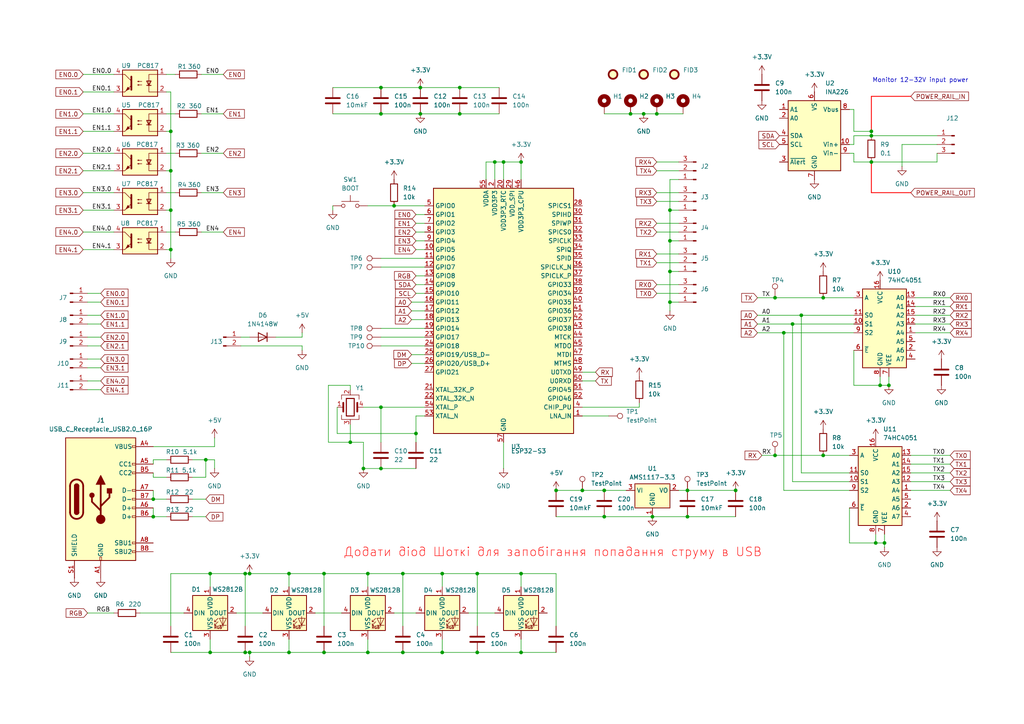
<source format=kicad_sch>
(kicad_sch
	(version 20250114)
	(generator "eeschema")
	(generator_version "9.0")
	(uuid "e717a214-aafd-4c38-81fe-477ca8e64d07")
	(paper "A4")
	(title_block
		(title "Watch-Watch")
		(date "2025-12-15")
		(rev "v0.1")
		(company "TComLab")
	)
	
	(text "Monitor 12-32V input power"
		(exclude_from_sim no)
		(at 266.954 23.368 0)
		(effects
			(font
				(size 1.27 1.27)
			)
		)
		(uuid "80919aef-5174-4b36-a575-e348e7192290")
	)
	(text "Додати діод Шоткі для запобігання попадання струму в USB "
		(exclude_from_sim no)
		(at 161.29 160.274 0)
		(effects
			(font
				(size 2.54 2.54)
				(color 255 0 0 1)
			)
		)
		(uuid "a92d7f4b-f142-42be-933b-07ca9cd7b387")
	)
	(junction
		(at 59.69 133.35)
		(diameter 0)
		(color 0 0 0 0)
		(uuid "00d90fa9-49ff-4ddc-a1bc-c7b335ae9cd8")
	)
	(junction
		(at 121.92 33.02)
		(diameter 0)
		(color 0 0 0 0)
		(uuid "07ae9980-0289-4735-b88e-8b613d69fec2")
	)
	(junction
		(at 168.91 142.24)
		(diameter 0)
		(color 0 0 0 0)
		(uuid "09df4981-32fe-4f3d-8b2e-4a6cf3fb081b")
	)
	(junction
		(at 186.69 33.02)
		(diameter 0)
		(color 0 0 0 0)
		(uuid "0af600b0-6693-48d8-9305-df411534d12b")
	)
	(junction
		(at 238.76 86.36)
		(diameter 0)
		(color 0 0 0 0)
		(uuid "0faa12a9-7e6e-4389-bc1c-fa318efe87ca")
	)
	(junction
		(at 110.49 135.89)
		(diameter 0)
		(color 0 0 0 0)
		(uuid "105b83bb-16d1-4660-a4bd-c721fe9eabf7")
	)
	(junction
		(at 229.87 93.98)
		(diameter 0)
		(color 0 0 0 0)
		(uuid "1075a7a2-b5c8-4a2a-8a6a-7eb12757849d")
	)
	(junction
		(at 194.31 87.63)
		(diameter 0)
		(color 0 0 0 0)
		(uuid "18d0baff-79ef-41c6-bfb2-1368a076cd7b")
	)
	(junction
		(at 199.39 142.24)
		(diameter 0)
		(color 0 0 0 0)
		(uuid "1bc0c1e2-3377-4e7b-9519-7fe4555d1332")
	)
	(junction
		(at 194.31 78.74)
		(diameter 0)
		(color 0 0 0 0)
		(uuid "270cc995-1fa6-4ec1-a2b9-18dffcb1d190")
	)
	(junction
		(at 151.13 46.99)
		(diameter 0)
		(color 0 0 0 0)
		(uuid "2ca6df4b-dbd8-460f-8d9d-0289da6c381a")
	)
	(junction
		(at 83.82 166.37)
		(diameter 0)
		(color 0 0 0 0)
		(uuid "39bf179d-d71c-49a7-bba9-39c85576b620")
	)
	(junction
		(at 189.23 149.86)
		(diameter 0)
		(color 0 0 0 0)
		(uuid "3e2949af-1081-4878-b191-dea9388ca468")
	)
	(junction
		(at 49.53 49.53)
		(diameter 0)
		(color 0 0 0 0)
		(uuid "404ac7d0-c1fc-4618-8baf-9945cca5a3e9")
	)
	(junction
		(at 110.49 118.11)
		(diameter 0)
		(color 0 0 0 0)
		(uuid "43abc139-2c3f-4d3c-bf97-c2463e97adfd")
	)
	(junction
		(at 93.98 189.23)
		(diameter 0)
		(color 0 0 0 0)
		(uuid "44006762-39c7-4640-bcd9-e56f9e382f46")
	)
	(junction
		(at 224.79 132.08)
		(diameter 0)
		(color 0 0 0 0)
		(uuid "450187b2-8b59-4871-8d22-56bc1568cde5")
	)
	(junction
		(at 44.45 144.78)
		(diameter 0)
		(color 0 0 0 0)
		(uuid "454472ff-6829-4e48-839a-0ac379b2de01")
	)
	(junction
		(at 110.49 25.4)
		(diameter 0)
		(color 0 0 0 0)
		(uuid "475202f4-8788-4abb-803c-3e320466237a")
	)
	(junction
		(at 199.39 149.86)
		(diameter 0)
		(color 0 0 0 0)
		(uuid "486232cf-defa-4782-913c-0fc67480bcb7")
	)
	(junction
		(at 106.68 166.37)
		(diameter 0)
		(color 0 0 0 0)
		(uuid "4aca34ad-ee1c-484e-bedd-41362471c3f7")
	)
	(junction
		(at 252.73 38.1)
		(diameter 0)
		(color 0 0 0 0)
		(uuid "4dab4dc6-0284-4a99-b237-e6e7753c960a")
	)
	(junction
		(at 213.36 142.24)
		(diameter 0)
		(color 0 0 0 0)
		(uuid "4e2af137-325b-44dc-9137-801af9da010a")
	)
	(junction
		(at 128.27 189.23)
		(diameter 0)
		(color 0 0 0 0)
		(uuid "50adca50-55bc-42d4-b3d9-bd494bf74ea5")
	)
	(junction
		(at 143.51 46.99)
		(diameter 0)
		(color 0 0 0 0)
		(uuid "54290f59-95c3-47ef-b459-aa3533ea8d56")
	)
	(junction
		(at 232.41 91.44)
		(diameter 0)
		(color 0 0 0 0)
		(uuid "55ea8206-4f7b-495a-8edb-0ab98cbd5d9c")
	)
	(junction
		(at 133.35 25.4)
		(diameter 0)
		(color 0 0 0 0)
		(uuid "5d261727-dc77-4a58-9492-3717993a6ca2")
	)
	(junction
		(at 116.84 189.23)
		(diameter 0)
		(color 0 0 0 0)
		(uuid "5e27e00d-6457-4650-8a5e-73064ac79f40")
	)
	(junction
		(at 83.82 189.23)
		(diameter 0)
		(color 0 0 0 0)
		(uuid "60893429-9058-4e12-addf-ee817be47139")
	)
	(junction
		(at 254 157.48)
		(diameter 0)
		(color 0 0 0 0)
		(uuid "66556aaf-a999-4643-85eb-1239e4bd9970")
	)
	(junction
		(at 146.05 46.99)
		(diameter 0)
		(color 0 0 0 0)
		(uuid "66a94af6-bca6-4571-8ba6-13292162cd80")
	)
	(junction
		(at 194.31 60.96)
		(diameter 0)
		(color 0 0 0 0)
		(uuid "686a06a5-01ef-4cb6-8e8b-1c464640f083")
	)
	(junction
		(at 49.53 60.96)
		(diameter 0)
		(color 0 0 0 0)
		(uuid "68cd0773-2109-4ea2-a4df-9bcd0f608b2b")
	)
	(junction
		(at 133.35 33.02)
		(diameter 0)
		(color 0 0 0 0)
		(uuid "74575502-8d68-4dbe-b078-07289e8865fc")
	)
	(junction
		(at 49.53 72.39)
		(diameter 0)
		(color 0 0 0 0)
		(uuid "7553e62d-84a5-469e-8aaf-68d18d3eaa2f")
	)
	(junction
		(at 227.33 96.52)
		(diameter 0)
		(color 0 0 0 0)
		(uuid "7bfbf9ea-36eb-46ae-b594-5de6dbc6b518")
	)
	(junction
		(at 175.26 142.24)
		(diameter 0)
		(color 0 0 0 0)
		(uuid "81990408-b4cc-452e-9fcc-336ca32cbf74")
	)
	(junction
		(at 116.84 166.37)
		(diameter 0)
		(color 0 0 0 0)
		(uuid "81c9f65b-9457-4bb9-92d8-ddfa66b6166a")
	)
	(junction
		(at 106.68 189.23)
		(diameter 0)
		(color 0 0 0 0)
		(uuid "8337673a-2571-4f2a-93c9-da35b8acaf72")
	)
	(junction
		(at 138.43 189.23)
		(diameter 0)
		(color 0 0 0 0)
		(uuid "845ce7e1-475e-4c59-bb38-1d9f378b3793")
	)
	(junction
		(at 252.73 39.37)
		(diameter 0)
		(color 0 0 0 0)
		(uuid "865ae21a-57d2-4764-97d5-23cd232a21d5")
	)
	(junction
		(at 72.39 166.37)
		(diameter 0)
		(color 0 0 0 0)
		(uuid "884dd5bf-730f-4411-bf4f-a0a787ee4194")
	)
	(junction
		(at 101.6 128.27)
		(diameter 0)
		(color 0 0 0 0)
		(uuid "88c41076-ac14-48fb-b0e7-f9b0a1b754cb")
	)
	(junction
		(at 121.92 25.4)
		(diameter 0)
		(color 0 0 0 0)
		(uuid "88f5b70d-3019-4842-8ea2-d10fd8a78d0c")
	)
	(junction
		(at 190.5 33.02)
		(diameter 0)
		(color 0 0 0 0)
		(uuid "8a1cebb9-7698-47a8-b559-fad8cf2126d2")
	)
	(junction
		(at 224.79 86.36)
		(diameter 0)
		(color 0 0 0 0)
		(uuid "8dde2d21-01a2-4c3b-b05b-1368baae0084")
	)
	(junction
		(at 60.96 189.23)
		(diameter 0)
		(color 0 0 0 0)
		(uuid "934676c2-e910-43ee-ae69-50a2753a297a")
	)
	(junction
		(at 49.53 38.1)
		(diameter 0)
		(color 0 0 0 0)
		(uuid "94c266bf-c399-4130-be88-4c596a2840b7")
	)
	(junction
		(at 257.81 111.76)
		(diameter 0)
		(color 0 0 0 0)
		(uuid "9b0e692a-7f0c-4074-9ef1-7bba924892f6")
	)
	(junction
		(at 238.76 132.08)
		(diameter 0)
		(color 0 0 0 0)
		(uuid "9d9267fe-33fe-4403-96a3-819c9c111803")
	)
	(junction
		(at 161.29 142.24)
		(diameter 0)
		(color 0 0 0 0)
		(uuid "9e3b214e-8a53-4d90-ab07-241890451acf")
	)
	(junction
		(at 182.88 33.02)
		(diameter 0)
		(color 0 0 0 0)
		(uuid "a3eaf922-318b-4dcd-8cd0-4dc300b71152")
	)
	(junction
		(at 256.54 157.48)
		(diameter 0)
		(color 0 0 0 0)
		(uuid "adbfeee5-66d9-4201-8862-40f53b2d0bf8")
	)
	(junction
		(at 128.27 166.37)
		(diameter 0)
		(color 0 0 0 0)
		(uuid "b51cfd0f-47a2-4b52-ba93-0eb5cd48890c")
	)
	(junction
		(at 60.96 166.37)
		(diameter 0)
		(color 0 0 0 0)
		(uuid "b8ab47f4-3278-4782-aaf5-46e3754e01d3")
	)
	(junction
		(at 93.98 166.37)
		(diameter 0)
		(color 0 0 0 0)
		(uuid "b9c575d8-56e9-4769-a1ed-423d5503f8e0")
	)
	(junction
		(at 72.39 189.23)
		(diameter 0)
		(color 0 0 0 0)
		(uuid "be2dd4ce-6711-4f7d-b335-afe1f4f433a4")
	)
	(junction
		(at 120.65 125.73)
		(diameter 0)
		(color 0 0 0 0)
		(uuid "c388e4f4-df17-450b-97b3-cf8906a4f568")
	)
	(junction
		(at 71.12 166.37)
		(diameter 0)
		(color 0 0 0 0)
		(uuid "c7c3001a-d636-4523-bb54-98b56515291f")
	)
	(junction
		(at 44.45 149.86)
		(diameter 0)
		(color 0 0 0 0)
		(uuid "c7d06058-d1de-4135-b676-2c81bb986856")
	)
	(junction
		(at 255.27 111.76)
		(diameter 0)
		(color 0 0 0 0)
		(uuid "c8a0a632-a963-4c4d-8386-434f5ad61637")
	)
	(junction
		(at 151.13 189.23)
		(diameter 0)
		(color 0 0 0 0)
		(uuid "c9299e03-15d2-44be-81d5-48a7280fc384")
	)
	(junction
		(at 110.49 33.02)
		(diameter 0)
		(color 0 0 0 0)
		(uuid "d5d31a3b-b01f-4c26-9c0c-7e975537aa77")
	)
	(junction
		(at 194.31 69.85)
		(diameter 0)
		(color 0 0 0 0)
		(uuid "d7912e0a-abf2-408b-ba12-846b10df349f")
	)
	(junction
		(at 105.41 135.89)
		(diameter 0)
		(color 0 0 0 0)
		(uuid "eaf3172b-d1f2-4418-be35-2d49f50260f5")
	)
	(junction
		(at 252.73 46.99)
		(diameter 0)
		(color 0 0 0 0)
		(uuid "ec0b02f2-8219-49b9-9708-5073e43b7d5e")
	)
	(junction
		(at 138.43 166.37)
		(diameter 0)
		(color 0 0 0 0)
		(uuid "f0fb4dc8-dd5a-4063-8d51-3ce4b6317d2b")
	)
	(junction
		(at 71.12 189.23)
		(diameter 0)
		(color 0 0 0 0)
		(uuid "f28178d0-9f05-4b70-883d-bcb65d5673ef")
	)
	(junction
		(at 151.13 166.37)
		(diameter 0)
		(color 0 0 0 0)
		(uuid "f94640ea-9099-4970-a05f-4e5cef1af4c3")
	)
	(junction
		(at 175.26 149.86)
		(diameter 0)
		(color 0 0 0 0)
		(uuid "fbe9a2b0-8397-4d1f-b41a-077d422825b1")
	)
	(junction
		(at 114.3 59.69)
		(diameter 0)
		(color 0 0 0 0)
		(uuid "fef47ec9-dfd6-4e81-a352-88b20cd887f6")
	)
	(wire
		(pts
			(xy 114.3 59.69) (xy 123.19 59.69)
		)
		(stroke
			(width 0)
			(type default)
		)
		(uuid "007dbd2d-fd4b-4e0c-b3f6-a5b24431e654")
	)
	(wire
		(pts
			(xy 106.68 59.69) (xy 114.3 59.69)
		)
		(stroke
			(width 0)
			(type default)
		)
		(uuid "00bbec0a-0931-4a82-90cf-304179372cd3")
	)
	(wire
		(pts
			(xy 120.65 85.09) (xy 123.19 85.09)
		)
		(stroke
			(width 0)
			(type default)
		)
		(uuid "02993e5a-0586-420f-80bb-e0d03fb85dac")
	)
	(wire
		(pts
			(xy 93.98 166.37) (xy 93.98 181.61)
		)
		(stroke
			(width 0)
			(type default)
		)
		(uuid "02cbd9ed-d25e-4ff9-bcd9-8fa3369bc184")
	)
	(wire
		(pts
			(xy 190.5 64.77) (xy 196.85 64.77)
		)
		(stroke
			(width 0)
			(type default)
		)
		(uuid "02f42521-f9d0-4afa-a9e4-0cebdc399836")
	)
	(wire
		(pts
			(xy 185.42 118.11) (xy 185.42 116.84)
		)
		(stroke
			(width 0)
			(type default)
		)
		(uuid "038b17e1-bedf-4eed-86d9-f429696e187b")
	)
	(wire
		(pts
			(xy 271.78 44.45) (xy 271.78 46.99)
		)
		(stroke
			(width 0)
			(type default)
		)
		(uuid "04b1434f-ead4-479f-9146-c821d12e8d98")
	)
	(wire
		(pts
			(xy 194.31 87.63) (xy 196.85 87.63)
		)
		(stroke
			(width 0)
			(type default)
		)
		(uuid "051f0ca6-6297-4312-934c-6d4144069af9")
	)
	(wire
		(pts
			(xy 24.13 60.96) (xy 33.02 60.96)
		)
		(stroke
			(width 0)
			(type default)
		)
		(uuid "073bd6bc-5ae9-485a-b8b6-8945c44a4d8f")
	)
	(wire
		(pts
			(xy 106.68 189.23) (xy 93.98 189.23)
		)
		(stroke
			(width 0)
			(type default)
		)
		(uuid "0864a91f-75dd-4260-9944-ef22aabb9705")
	)
	(wire
		(pts
			(xy 96.52 59.69) (xy 96.52 60.96)
		)
		(stroke
			(width 0)
			(type default)
		)
		(uuid "08732a0c-a03d-48b4-8ffd-1da8f2e87e5d")
	)
	(wire
		(pts
			(xy 256.54 154.94) (xy 256.54 157.48)
		)
		(stroke
			(width 0)
			(type default)
		)
		(uuid "0a6e97c0-8f17-4789-9026-43e094ead824")
	)
	(wire
		(pts
			(xy 190.5 82.55) (xy 196.85 82.55)
		)
		(stroke
			(width 0)
			(type default)
		)
		(uuid "0a8000f6-d38c-41d9-95b9-5aedeec00ebb")
	)
	(wire
		(pts
			(xy 95.25 128.27) (xy 95.25 111.76)
		)
		(stroke
			(width 0)
			(type default)
		)
		(uuid "0cc62f38-1b80-42a3-84b5-cb0af6da414b")
	)
	(wire
		(pts
			(xy 161.29 166.37) (xy 151.13 166.37)
		)
		(stroke
			(width 0)
			(type default)
		)
		(uuid "0d3d0b1a-470b-4f77-8fa1-196853428082")
	)
	(wire
		(pts
			(xy 227.33 142.24) (xy 227.33 96.52)
		)
		(stroke
			(width 0)
			(type default)
		)
		(uuid "0f5d1915-6f8e-4e98-b8b5-3c01c7db8dc8")
	)
	(wire
		(pts
			(xy 110.49 135.89) (xy 120.65 135.89)
		)
		(stroke
			(width 0)
			(type default)
		)
		(uuid "105e685e-1283-4cf7-b575-30d92f261141")
	)
	(wire
		(pts
			(xy 48.26 33.02) (xy 50.8 33.02)
		)
		(stroke
			(width 0)
			(type default)
		)
		(uuid "10799bde-8725-4a0f-b659-0fb5a3a86170")
	)
	(wire
		(pts
			(xy 44.45 134.62) (xy 44.45 133.35)
		)
		(stroke
			(width 0)
			(type default)
		)
		(uuid "129a8767-2d3d-4e3f-b129-25a06e2f4e07")
	)
	(wire
		(pts
			(xy 252.73 27.94) (xy 264.16 27.94)
		)
		(stroke
			(width 0.254)
			(type default)
			(color 255 0 0 1)
		)
		(uuid "12dcdff0-5f3b-4aa0-b80c-5ed7055e1f28")
	)
	(wire
		(pts
			(xy 133.35 33.02) (xy 144.78 33.02)
		)
		(stroke
			(width 0)
			(type default)
		)
		(uuid "12f1f220-136b-4b2e-83e5-93bb9758e195")
	)
	(wire
		(pts
			(xy 175.26 149.86) (xy 189.23 149.86)
		)
		(stroke
			(width 0)
			(type default)
		)
		(uuid "13303a8b-64ca-4d2f-8711-828db808bdcc")
	)
	(wire
		(pts
			(xy 189.23 149.86) (xy 199.39 149.86)
		)
		(stroke
			(width 0)
			(type default)
		)
		(uuid "136ab677-7558-4911-9e83-62ec71748b73")
	)
	(wire
		(pts
			(xy 60.96 166.37) (xy 71.12 166.37)
		)
		(stroke
			(width 0)
			(type default)
		)
		(uuid "15c17265-c729-4f2a-8c04-f0e1235d9d02")
	)
	(wire
		(pts
			(xy 146.05 46.99) (xy 151.13 46.99)
		)
		(stroke
			(width 0)
			(type default)
		)
		(uuid "16d08c19-70c7-4343-abc1-a86356b3296e")
	)
	(wire
		(pts
			(xy 247.65 101.6) (xy 247.65 111.76)
		)
		(stroke
			(width 0)
			(type default)
		)
		(uuid "175454a1-5bb4-4616-8e04-c7c03e902882")
	)
	(wire
		(pts
			(xy 128.27 170.18) (xy 128.27 166.37)
		)
		(stroke
			(width 0)
			(type default)
		)
		(uuid "186cb1a1-4bde-41c8-96c8-08ea0eb4bede")
	)
	(wire
		(pts
			(xy 106.68 170.18) (xy 106.68 166.37)
		)
		(stroke
			(width 0)
			(type default)
		)
		(uuid "18971e37-a8a4-4fac-b98e-ec6dd44e7b68")
	)
	(wire
		(pts
			(xy 135.89 177.8) (xy 143.51 177.8)
		)
		(stroke
			(width 0)
			(type default)
		)
		(uuid "19a325a2-0318-425b-be13-aafd114c8102")
	)
	(wire
		(pts
			(xy 24.13 72.39) (xy 33.02 72.39)
		)
		(stroke
			(width 0)
			(type default)
		)
		(uuid "1a198e65-5ab4-4add-832c-72cbd705d80a")
	)
	(wire
		(pts
			(xy 168.91 142.24) (xy 175.26 142.24)
		)
		(stroke
			(width 0)
			(type default)
		)
		(uuid "1b64d085-215b-4e40-8571-0409e481a3cf")
	)
	(wire
		(pts
			(xy 24.13 21.59) (xy 33.02 21.59)
		)
		(stroke
			(width 0)
			(type default)
		)
		(uuid "1b80eb07-24af-464d-afd4-08144ccbf31e")
	)
	(wire
		(pts
			(xy 252.73 39.37) (xy 252.73 38.1)
		)
		(stroke
			(width 0)
			(type default)
		)
		(uuid "1bd0d875-9908-4559-9739-7b11e1acbeb9")
	)
	(wire
		(pts
			(xy 83.82 166.37) (xy 83.82 170.18)
		)
		(stroke
			(width 0)
			(type default)
		)
		(uuid "1c15e022-dfa1-4d24-bd4c-a6fb3d89aada")
	)
	(wire
		(pts
			(xy 72.39 189.23) (xy 72.39 190.5)
		)
		(stroke
			(width 0)
			(type default)
		)
		(uuid "1c629ca3-1d08-4899-acf7-9f8e19004f67")
	)
	(wire
		(pts
			(xy 25.4 110.49) (xy 29.21 110.49)
		)
		(stroke
			(width 0)
			(type default)
		)
		(uuid "1cafdcae-b874-4ec6-9059-92198d6dc000")
	)
	(wire
		(pts
			(xy 252.73 38.1) (xy 252.73 27.94)
		)
		(stroke
			(width 0.254)
			(type default)
			(color 255 0 0 1)
		)
		(uuid "1e5a1041-2db1-4119-bb13-364088db0840")
	)
	(wire
		(pts
			(xy 232.41 91.44) (xy 247.65 91.44)
		)
		(stroke
			(width 0)
			(type default)
		)
		(uuid "1ebd3ad1-4b8c-4dc4-b24c-9ef21d5e114d")
	)
	(wire
		(pts
			(xy 105.41 135.89) (xy 105.41 128.27)
		)
		(stroke
			(width 0)
			(type default)
		)
		(uuid "2144f32e-e6f7-4dd1-8a44-22b6dda038db")
	)
	(wire
		(pts
			(xy 265.43 93.98) (xy 275.59 93.98)
		)
		(stroke
			(width 0)
			(type default)
		)
		(uuid "21ddb723-522b-4769-88f4-d6225e8e66df")
	)
	(wire
		(pts
			(xy 151.13 189.23) (xy 138.43 189.23)
		)
		(stroke
			(width 0)
			(type default)
		)
		(uuid "22ac27fe-860b-4794-9438-81f6f4a5227e")
	)
	(wire
		(pts
			(xy 151.13 166.37) (xy 138.43 166.37)
		)
		(stroke
			(width 0)
			(type default)
		)
		(uuid "22f9d08d-1c84-49e6-9e1b-fe04a5279762")
	)
	(wire
		(pts
			(xy 168.91 120.65) (xy 176.53 120.65)
		)
		(stroke
			(width 0)
			(type default)
		)
		(uuid "23acac6e-34ee-4431-b437-e201a2b348bc")
	)
	(wire
		(pts
			(xy 110.49 74.93) (xy 123.19 74.93)
		)
		(stroke
			(width 0)
			(type default)
		)
		(uuid "24de63da-14e4-4128-8c27-e6e4bbdf01b8")
	)
	(wire
		(pts
			(xy 264.16 134.62) (xy 275.59 134.62)
		)
		(stroke
			(width 0)
			(type default)
		)
		(uuid "25f4dc67-6c3e-448d-96a0-053f99acd33e")
	)
	(wire
		(pts
			(xy 264.16 132.08) (xy 275.59 132.08)
		)
		(stroke
			(width 0)
			(type default)
		)
		(uuid "25f62168-4a63-444a-b84e-038ccd293304")
	)
	(wire
		(pts
			(xy 246.38 137.16) (xy 232.41 137.16)
		)
		(stroke
			(width 0)
			(type default)
		)
		(uuid "26b6ff24-4e90-4d1c-aeb1-2cfaed0bcabd")
	)
	(wire
		(pts
			(xy 151.13 185.42) (xy 151.13 189.23)
		)
		(stroke
			(width 0)
			(type default)
		)
		(uuid "278a49d5-3c18-4a87-9c50-5f41937b3714")
	)
	(wire
		(pts
			(xy 48.26 60.96) (xy 49.53 60.96)
		)
		(stroke
			(width 0)
			(type default)
		)
		(uuid "27d8f3c8-23f7-4557-a05c-8651d97e1b06")
	)
	(wire
		(pts
			(xy 246.38 139.7) (xy 229.87 139.7)
		)
		(stroke
			(width 0)
			(type default)
		)
		(uuid "2866f504-ed77-4610-bcc3-d97ac2a9134f")
	)
	(wire
		(pts
			(xy 24.13 26.67) (xy 33.02 26.67)
		)
		(stroke
			(width 0)
			(type default)
		)
		(uuid "2866fa5f-0c0e-47b5-b92d-21a7b47e3a6a")
	)
	(wire
		(pts
			(xy 49.53 60.96) (xy 49.53 72.39)
		)
		(stroke
			(width 0)
			(type default)
		)
		(uuid "287715a3-666d-4591-a1e1-ed2205e95cb6")
	)
	(wire
		(pts
			(xy 120.65 69.85) (xy 123.19 69.85)
		)
		(stroke
			(width 0)
			(type default)
		)
		(uuid "295de348-d80a-4df1-b696-b8fa5334df72")
	)
	(wire
		(pts
			(xy 48.26 72.39) (xy 49.53 72.39)
		)
		(stroke
			(width 0)
			(type default)
		)
		(uuid "29aa39dd-3e40-49d7-bbff-e10745da9464")
	)
	(wire
		(pts
			(xy 247.65 38.1) (xy 252.73 38.1)
		)
		(stroke
			(width 0)
			(type default)
		)
		(uuid "2a791819-e2a2-41ae-bb91-420616b7863a")
	)
	(wire
		(pts
			(xy 44.45 147.32) (xy 44.45 149.86)
		)
		(stroke
			(width 0)
			(type default)
		)
		(uuid "2b3b8488-0129-4f0e-8308-f668eb3bbef2")
	)
	(wire
		(pts
			(xy 168.91 110.49) (xy 172.72 110.49)
		)
		(stroke
			(width 0)
			(type default)
		)
		(uuid "2b6587e6-753f-4dc0-a98d-d4bd43a5420b")
	)
	(wire
		(pts
			(xy 25.4 87.63) (xy 29.21 87.63)
		)
		(stroke
			(width 0)
			(type default)
		)
		(uuid "2e4b59a3-861c-42f2-b82c-584a3fff70ef")
	)
	(wire
		(pts
			(xy 219.71 96.52) (xy 227.33 96.52)
		)
		(stroke
			(width 0)
			(type default)
		)
		(uuid "2e667a15-f0ab-4b68-9ff9-5a8f36d939b9")
	)
	(wire
		(pts
			(xy 238.76 132.08) (xy 246.38 132.08)
		)
		(stroke
			(width 0)
			(type default)
		)
		(uuid "2f817a47-214e-4a2a-af65-c06d068f1bdf")
	)
	(wire
		(pts
			(xy 110.49 118.11) (xy 110.49 128.27)
		)
		(stroke
			(width 0)
			(type default)
		)
		(uuid "30ec5f8c-bbbd-49ee-a4db-82a460980679")
	)
	(wire
		(pts
			(xy 40.64 177.8) (xy 53.34 177.8)
		)
		(stroke
			(width 0)
			(type default)
		)
		(uuid "315893c3-c7f0-409c-84cf-8661d5351ddc")
	)
	(wire
		(pts
			(xy 120.65 64.77) (xy 123.19 64.77)
		)
		(stroke
			(width 0)
			(type default)
		)
		(uuid "32013c59-a84d-4758-8b37-de7c03851ed6")
	)
	(wire
		(pts
			(xy 138.43 166.37) (xy 138.43 181.61)
		)
		(stroke
			(width 0)
			(type default)
		)
		(uuid "33ac0ccb-f03f-454b-84cf-6be442b052b7")
	)
	(wire
		(pts
			(xy 196.85 142.24) (xy 199.39 142.24)
		)
		(stroke
			(width 0)
			(type default)
		)
		(uuid "33b0bd4c-e76e-48bb-8bb4-2c0d3502dc86")
	)
	(wire
		(pts
			(xy 247.65 39.37) (xy 252.73 39.37)
		)
		(stroke
			(width 0)
			(type default)
		)
		(uuid "3644b5d5-01c3-410c-9fac-a72c4ad8370f")
	)
	(wire
		(pts
			(xy 264.16 142.24) (xy 275.59 142.24)
		)
		(stroke
			(width 0)
			(type default)
		)
		(uuid "36c1e6d7-ec5c-4fd4-bbcb-45aaf2848d49")
	)
	(wire
		(pts
			(xy 227.33 96.52) (xy 247.65 96.52)
		)
		(stroke
			(width 0)
			(type default)
		)
		(uuid "38921c2f-f8e8-4c60-ae2c-b9b80fd32101")
	)
	(wire
		(pts
			(xy 238.76 86.36) (xy 247.65 86.36)
		)
		(stroke
			(width 0)
			(type default)
		)
		(uuid "38b20efc-cafa-4118-b987-10427cd1d880")
	)
	(wire
		(pts
			(xy 143.51 46.99) (xy 146.05 46.99)
		)
		(stroke
			(width 0)
			(type default)
		)
		(uuid "3986ae01-13a9-4ae6-ac9f-b9c2093bbd22")
	)
	(wire
		(pts
			(xy 255.27 111.76) (xy 257.81 111.76)
		)
		(stroke
			(width 0)
			(type default)
		)
		(uuid "3af46651-b99d-47cd-8d0e-2ce2fd10715a")
	)
	(wire
		(pts
			(xy 229.87 93.98) (xy 247.65 93.98)
		)
		(stroke
			(width 0)
			(type default)
		)
		(uuid "3befd5e1-4ca9-43d1-94d5-1461ace3c790")
	)
	(wire
		(pts
			(xy 44.45 142.24) (xy 44.45 144.78)
		)
		(stroke
			(width 0)
			(type default)
		)
		(uuid "3d2510c0-1315-4113-9418-927e8da2c561")
	)
	(wire
		(pts
			(xy 58.42 44.45) (xy 64.77 44.45)
		)
		(stroke
			(width 0)
			(type default)
		)
		(uuid "3da33b1b-1382-44b2-b1e3-6ae5847e8976")
	)
	(wire
		(pts
			(xy 44.45 144.78) (xy 48.26 144.78)
		)
		(stroke
			(width 0)
			(type default)
		)
		(uuid "40870abd-6ce1-45a2-b32a-6b7c93773eec")
	)
	(wire
		(pts
			(xy 119.38 90.17) (xy 123.19 90.17)
		)
		(stroke
			(width 0)
			(type default)
		)
		(uuid "4138578a-63ba-45e5-9140-78064cb1e942")
	)
	(wire
		(pts
			(xy 119.38 105.41) (xy 123.19 105.41)
		)
		(stroke
			(width 0)
			(type default)
		)
		(uuid "413bad91-b32e-4633-af8a-e3de2e4203bb")
	)
	(wire
		(pts
			(xy 25.4 113.03) (xy 29.21 113.03)
		)
		(stroke
			(width 0)
			(type default)
		)
		(uuid "4209989b-9ff8-4f62-a0f4-1b53b99d4799")
	)
	(wire
		(pts
			(xy 219.71 93.98) (xy 229.87 93.98)
		)
		(stroke
			(width 0)
			(type default)
		)
		(uuid "42613fa4-b0a9-4d7e-8c60-d7f3dca9b47b")
	)
	(wire
		(pts
			(xy 97.79 125.73) (xy 120.65 125.73)
		)
		(stroke
			(width 0)
			(type default)
		)
		(uuid "42e2ce9b-f498-427b-93ed-c96cc48e85e4")
	)
	(wire
		(pts
			(xy 186.69 33.02) (xy 190.5 33.02)
		)
		(stroke
			(width 0)
			(type default)
		)
		(uuid "44059a8c-e73a-410e-9925-44c5be900529")
	)
	(wire
		(pts
			(xy 247.65 46.99) (xy 252.73 46.99)
		)
		(stroke
			(width 0)
			(type default)
		)
		(uuid "44798332-9314-485d-9a0a-0dae5d40ea71")
	)
	(wire
		(pts
			(xy 101.6 123.19) (xy 101.6 128.27)
		)
		(stroke
			(width 0)
			(type default)
		)
		(uuid "451a04ee-146b-4865-81ff-285655f42571")
	)
	(wire
		(pts
			(xy 25.4 91.44) (xy 29.21 91.44)
		)
		(stroke
			(width 0)
			(type default)
		)
		(uuid "46191fd3-0a1c-4732-9c1b-96d3e68c69a0")
	)
	(wire
		(pts
			(xy 101.6 111.76) (xy 101.6 113.03)
		)
		(stroke
			(width 0)
			(type default)
		)
		(uuid "46348ee6-0a24-479b-9354-e037416725ac")
	)
	(wire
		(pts
			(xy 194.31 60.96) (xy 196.85 60.96)
		)
		(stroke
			(width 0)
			(type default)
		)
		(uuid "470b7b3e-27ab-4ef4-8e5f-0b71a3d04c21")
	)
	(wire
		(pts
			(xy 246.38 41.91) (xy 247.65 41.91)
		)
		(stroke
			(width 0)
			(type default)
		)
		(uuid "47230fad-b342-4ca5-917d-0a0e4b27cf97")
	)
	(wire
		(pts
			(xy 25.4 177.8) (xy 33.02 177.8)
		)
		(stroke
			(width 0)
			(type default)
		)
		(uuid "480c95c4-2a9e-46fe-991d-f55daa2ad7fb")
	)
	(wire
		(pts
			(xy 252.73 46.99) (xy 252.73 55.88)
		)
		(stroke
			(width 0.254)
			(type solid)
			(color 255 0 0 1)
		)
		(uuid "49946527-2c58-4208-a743-e5bda7dc7015")
	)
	(wire
		(pts
			(xy 69.85 97.79) (xy 72.39 97.79)
		)
		(stroke
			(width 0)
			(type default)
		)
		(uuid "49c56cb5-65f7-4986-b165-6c1d9a6228d8")
	)
	(wire
		(pts
			(xy 265.43 86.36) (xy 275.59 86.36)
		)
		(stroke
			(width 0)
			(type default)
		)
		(uuid "4ab9999a-5edd-4684-ac4b-cd5a2a12db2e")
	)
	(wire
		(pts
			(xy 190.5 33.02) (xy 198.12 33.02)
		)
		(stroke
			(width 0)
			(type default)
		)
		(uuid "4e01c6a7-b5d2-4aff-b4f8-a3503cccadf1")
	)
	(wire
		(pts
			(xy 116.84 166.37) (xy 128.27 166.37)
		)
		(stroke
			(width 0)
			(type default)
		)
		(uuid "4e84766a-d6c3-4c7d-af37-466b52f3edf2")
	)
	(wire
		(pts
			(xy 24.13 67.31) (xy 33.02 67.31)
		)
		(stroke
			(width 0)
			(type default)
		)
		(uuid "4ef4b47d-ce70-4fc2-970f-99a2060fe51d")
	)
	(wire
		(pts
			(xy 110.49 25.4) (xy 121.92 25.4)
		)
		(stroke
			(width 0)
			(type default)
		)
		(uuid "4f89831d-632c-4c58-b9d9-e77161af28fc")
	)
	(wire
		(pts
			(xy 140.97 52.07) (xy 140.97 46.99)
		)
		(stroke
			(width 0)
			(type default)
		)
		(uuid "503259c6-92e7-49b2-9ec6-53d240147772")
	)
	(wire
		(pts
			(xy 49.53 49.53) (xy 49.53 60.96)
		)
		(stroke
			(width 0)
			(type default)
		)
		(uuid "51674df1-d203-4a70-b791-48320d8ef10c")
	)
	(wire
		(pts
			(xy 58.42 33.02) (xy 64.77 33.02)
		)
		(stroke
			(width 0)
			(type default)
		)
		(uuid "52af9a22-2072-4ea4-b4e3-1c2689a77324")
	)
	(wire
		(pts
			(xy 48.26 49.53) (xy 49.53 49.53)
		)
		(stroke
			(width 0)
			(type default)
		)
		(uuid "53e2224f-eeaf-434a-a05a-d1a6ca356b1d")
	)
	(wire
		(pts
			(xy 110.49 33.02) (xy 121.92 33.02)
		)
		(stroke
			(width 0)
			(type default)
		)
		(uuid "5412bcec-bb5b-4ac2-a7a4-0831ce7c3e1c")
	)
	(wire
		(pts
			(xy 121.92 33.02) (xy 133.35 33.02)
		)
		(stroke
			(width 0)
			(type default)
		)
		(uuid "552aa626-50f8-40a2-aed5-11a1643de3db")
	)
	(wire
		(pts
			(xy 120.65 125.73) (xy 120.65 120.65)
		)
		(stroke
			(width 0)
			(type default)
		)
		(uuid "553c0af7-60df-409c-8c24-ab2e3de44891")
	)
	(wire
		(pts
			(xy 138.43 189.23) (xy 128.27 189.23)
		)
		(stroke
			(width 0)
			(type default)
		)
		(uuid "591193cb-355a-408a-9ef2-0babd2940750")
	)
	(wire
		(pts
			(xy 120.65 82.55) (xy 123.19 82.55)
		)
		(stroke
			(width 0)
			(type default)
		)
		(uuid "59a02391-9c89-46c6-b63d-9811ffa751b9")
	)
	(wire
		(pts
			(xy 58.42 55.88) (xy 64.77 55.88)
		)
		(stroke
			(width 0)
			(type default)
		)
		(uuid "5aa2b045-b145-4397-8e12-c195a47ffe74")
	)
	(wire
		(pts
			(xy 120.65 72.39) (xy 123.19 72.39)
		)
		(stroke
			(width 0)
			(type default)
		)
		(uuid "5ae40583-bf2d-4a6c-b9f1-c09587b64e36")
	)
	(wire
		(pts
			(xy 114.3 177.8) (xy 120.65 177.8)
		)
		(stroke
			(width 0)
			(type default)
		)
		(uuid "5afad8f1-e352-4ac8-840c-72eecfd72450")
	)
	(wire
		(pts
			(xy 60.96 185.42) (xy 60.96 189.23)
		)
		(stroke
			(width 0)
			(type default)
		)
		(uuid "5b1a052d-fc3d-49a4-b0c7-f21bd069d71e")
	)
	(wire
		(pts
			(xy 246.38 157.48) (xy 254 157.48)
		)
		(stroke
			(width 0)
			(type default)
		)
		(uuid "5d1e3faf-4185-4f55-acab-e2e29e186dea")
	)
	(wire
		(pts
			(xy 25.4 100.33) (xy 29.21 100.33)
		)
		(stroke
			(width 0)
			(type default)
		)
		(uuid "5d7e53ac-286e-47e2-b615-0a922b464be8")
	)
	(wire
		(pts
			(xy 25.4 97.79) (xy 29.21 97.79)
		)
		(stroke
			(width 0)
			(type default)
		)
		(uuid "5dce6e93-f6b7-49a1-987c-45ccca1a9232")
	)
	(wire
		(pts
			(xy 59.69 133.35) (xy 59.69 138.43)
		)
		(stroke
			(width 0)
			(type default)
		)
		(uuid "60196291-32f9-4f8b-bcc9-e5edda701dfd")
	)
	(wire
		(pts
			(xy 256.54 157.48) (xy 256.54 158.75)
		)
		(stroke
			(width 0)
			(type default)
		)
		(uuid "6140dc80-9178-424c-b041-a77da4de9cf2")
	)
	(wire
		(pts
			(xy 190.5 49.53) (xy 196.85 49.53)
		)
		(stroke
			(width 0)
			(type default)
		)
		(uuid "62c15c62-debc-45b9-8006-cc492e7ce8b2")
	)
	(wire
		(pts
			(xy 72.39 189.23) (xy 83.82 189.23)
		)
		(stroke
			(width 0)
			(type default)
		)
		(uuid "64b00721-b2e9-489f-9546-24e17c93b99b")
	)
	(wire
		(pts
			(xy 101.6 128.27) (xy 105.41 128.27)
		)
		(stroke
			(width 0)
			(type default)
		)
		(uuid "64c0eaed-92ed-4bf7-8230-54dd8dc6574e")
	)
	(wire
		(pts
			(xy 110.49 77.47) (xy 123.19 77.47)
		)
		(stroke
			(width 0)
			(type default)
		)
		(uuid "64e5de9c-73a7-4a79-b590-d02e5ce0a046")
	)
	(wire
		(pts
			(xy 271.78 41.91) (xy 261.62 41.91)
		)
		(stroke
			(width 0)
			(type default)
		)
		(uuid "653570f4-a117-4b38-89c2-a08a00b25eeb")
	)
	(wire
		(pts
			(xy 264.16 137.16) (xy 275.59 137.16)
		)
		(stroke
			(width 0)
			(type default)
		)
		(uuid "6691acd2-0a75-46e7-be1d-e1b61ebb9a9c")
	)
	(wire
		(pts
			(xy 247.65 31.75) (xy 247.65 38.1)
		)
		(stroke
			(width 0)
			(type default)
		)
		(uuid "6694e61f-a016-49b9-8fec-54d78417cd07")
	)
	(wire
		(pts
			(xy 105.41 118.11) (xy 110.49 118.11)
		)
		(stroke
			(width 0)
			(type default)
		)
		(uuid "6835c9f6-844a-4045-a12e-6203c6ff8032")
	)
	(wire
		(pts
			(xy 106.68 166.37) (xy 116.84 166.37)
		)
		(stroke
			(width 0)
			(type default)
		)
		(uuid "6a9de8c0-a7d6-4fad-8f8b-34c0554e1132")
	)
	(wire
		(pts
			(xy 55.88 144.78) (xy 59.69 144.78)
		)
		(stroke
			(width 0)
			(type default)
		)
		(uuid "6b4eaa2e-1f0e-48c6-86fe-b097ac1bbe70")
	)
	(wire
		(pts
			(xy 71.12 189.23) (xy 72.39 189.23)
		)
		(stroke
			(width 0)
			(type default)
		)
		(uuid "6cd13438-5861-4688-9bfa-b573e9cb91a0")
	)
	(wire
		(pts
			(xy 182.88 33.02) (xy 186.69 33.02)
		)
		(stroke
			(width 0)
			(type default)
		)
		(uuid "71a8de63-4243-4ee1-a00a-9b204eac693c")
	)
	(wire
		(pts
			(xy 49.53 189.23) (xy 60.96 189.23)
		)
		(stroke
			(width 0)
			(type default)
		)
		(uuid "71f9736f-0cae-4a5c-bd01-bf5e9016ca22")
	)
	(wire
		(pts
			(xy 146.05 128.27) (xy 146.05 135.89)
		)
		(stroke
			(width 0)
			(type default)
		)
		(uuid "724da257-247e-43e9-a668-f4e6e8b632fe")
	)
	(wire
		(pts
			(xy 190.5 46.99) (xy 196.85 46.99)
		)
		(stroke
			(width 0)
			(type default)
		)
		(uuid "72be452a-4765-4dc1-915d-af1a2d31914d")
	)
	(wire
		(pts
			(xy 247.65 44.45) (xy 247.65 46.99)
		)
		(stroke
			(width 0)
			(type default)
		)
		(uuid "75a58f72-120d-4289-9ec8-d4c4bfada093")
	)
	(wire
		(pts
			(xy 229.87 139.7) (xy 229.87 93.98)
		)
		(stroke
			(width 0)
			(type default)
		)
		(uuid "7a0734c6-347b-4388-bccb-0a3a1c580f42")
	)
	(wire
		(pts
			(xy 95.25 128.27) (xy 101.6 128.27)
		)
		(stroke
			(width 0)
			(type default)
		)
		(uuid "7ad0f2fe-f9f5-4abb-abd0-803a42beef65")
	)
	(wire
		(pts
			(xy 25.4 85.09) (xy 29.21 85.09)
		)
		(stroke
			(width 0)
			(type default)
		)
		(uuid "7ae86a0b-5fcf-49d1-8a84-b0cd93e80d58")
	)
	(wire
		(pts
			(xy 265.43 91.44) (xy 275.59 91.44)
		)
		(stroke
			(width 0)
			(type default)
		)
		(uuid "7b30d1bd-e8b7-4d70-bbdf-090b044dbdbe")
	)
	(wire
		(pts
			(xy 83.82 166.37) (xy 93.98 166.37)
		)
		(stroke
			(width 0)
			(type default)
		)
		(uuid "7cee793c-dfd1-4e0a-b775-f18948055e3d")
	)
	(wire
		(pts
			(xy 161.29 149.86) (xy 175.26 149.86)
		)
		(stroke
			(width 0)
			(type default)
		)
		(uuid "7d7241fe-6be7-456a-b3ab-479629bebcc0")
	)
	(wire
		(pts
			(xy 133.35 25.4) (xy 144.78 25.4)
		)
		(stroke
			(width 0)
			(type default)
		)
		(uuid "7e84a5aa-4547-4c47-8e1d-9289cca01c86")
	)
	(wire
		(pts
			(xy 261.62 41.91) (xy 261.62 48.26)
		)
		(stroke
			(width 0)
			(type default)
		)
		(uuid "7f558efc-026b-4760-8494-06c765c0df91")
	)
	(wire
		(pts
			(xy 151.13 189.23) (xy 161.29 189.23)
		)
		(stroke
			(width 0)
			(type default)
		)
		(uuid "7f87b143-efd4-46cc-80f8-18461dee5921")
	)
	(wire
		(pts
			(xy 44.45 138.43) (xy 48.26 138.43)
		)
		(stroke
			(width 0)
			(type default)
		)
		(uuid "7ffcea0e-135d-4db8-8dcb-b92c0115bc65")
	)
	(wire
		(pts
			(xy 120.65 80.01) (xy 123.19 80.01)
		)
		(stroke
			(width 0)
			(type default)
		)
		(uuid "81717455-2e52-4887-933f-c7fb74b743e1")
	)
	(wire
		(pts
			(xy 232.41 137.16) (xy 232.41 91.44)
		)
		(stroke
			(width 0)
			(type default)
		)
		(uuid "8372ca62-09b3-4a05-b734-e66efe1c1762")
	)
	(wire
		(pts
			(xy 60.96 170.18) (xy 60.96 166.37)
		)
		(stroke
			(width 0)
			(type default)
		)
		(uuid "84557677-67b9-4037-ac1b-b1560091fb45")
	)
	(wire
		(pts
			(xy 49.53 38.1) (xy 49.53 49.53)
		)
		(stroke
			(width 0)
			(type default)
		)
		(uuid "84bc93df-cc41-47b2-b0c2-1644fa2d6b93")
	)
	(wire
		(pts
			(xy 44.45 133.35) (xy 48.26 133.35)
		)
		(stroke
			(width 0)
			(type default)
		)
		(uuid "8c34edc6-ddd7-4c21-991e-0de1575acf68")
	)
	(wire
		(pts
			(xy 220.98 132.08) (xy 224.79 132.08)
		)
		(stroke
			(width 0)
			(type default)
		)
		(uuid "8ca71f62-ec0f-4b9e-ade9-5e22515bf0a1")
	)
	(wire
		(pts
			(xy 199.39 149.86) (xy 213.36 149.86)
		)
		(stroke
			(width 0)
			(type default)
		)
		(uuid "8dca94ba-bced-4f6f-a003-7cf3e459dfd2")
	)
	(wire
		(pts
			(xy 96.52 33.02) (xy 110.49 33.02)
		)
		(stroke
			(width 0)
			(type default)
		)
		(uuid "8eb3cf87-ab30-49af-b968-4d1229add23e")
	)
	(wire
		(pts
			(xy 168.91 107.95) (xy 172.72 107.95)
		)
		(stroke
			(width 0)
			(type default)
		)
		(uuid "8ed2fbcc-5dd9-4565-ab41-58a09ed8ef10")
	)
	(wire
		(pts
			(xy 128.27 185.42) (xy 128.27 189.23)
		)
		(stroke
			(width 0)
			(type default)
		)
		(uuid "8ed6ae1e-f672-44cb-8851-f56591b3912a")
	)
	(wire
		(pts
			(xy 49.53 72.39) (xy 49.53 74.93)
		)
		(stroke
			(width 0)
			(type default)
		)
		(uuid "9266ebf7-358e-4599-ad17-ccb8737a0840")
	)
	(wire
		(pts
			(xy 252.73 46.99) (xy 271.78 46.99)
		)
		(stroke
			(width 0)
			(type default)
		)
		(uuid "92db3dea-3a65-4745-9948-fa8065a1ce6c")
	)
	(wire
		(pts
			(xy 121.92 25.4) (xy 133.35 25.4)
		)
		(stroke
			(width 0)
			(type default)
		)
		(uuid "94091e82-edb5-40bb-ba26-18784e1d7c20")
	)
	(wire
		(pts
			(xy 128.27 189.23) (xy 116.84 189.23)
		)
		(stroke
			(width 0)
			(type default)
		)
		(uuid "9423ae9e-ee8a-4136-b875-910b81038dd0")
	)
	(wire
		(pts
			(xy 140.97 46.99) (xy 143.51 46.99)
		)
		(stroke
			(width 0)
			(type default)
		)
		(uuid "94e60371-838b-4ee5-9d6b-b3e88a2e0180")
	)
	(wire
		(pts
			(xy 119.38 87.63) (xy 123.19 87.63)
		)
		(stroke
			(width 0)
			(type default)
		)
		(uuid "96791a20-38bf-4347-b7c9-ae1fe9f8a75c")
	)
	(wire
		(pts
			(xy 194.31 78.74) (xy 196.85 78.74)
		)
		(stroke
			(width 0)
			(type default)
		)
		(uuid "97ee5275-5f2b-4f29-a707-a8c256444f44")
	)
	(wire
		(pts
			(xy 246.38 31.75) (xy 247.65 31.75)
		)
		(stroke
			(width 0)
			(type default)
		)
		(uuid "98108d60-3ec1-4f11-8fa3-0e10a520e5a5")
	)
	(wire
		(pts
			(xy 93.98 166.37) (xy 106.68 166.37)
		)
		(stroke
			(width 0)
			(type default)
		)
		(uuid "987a58ea-84f1-4aef-8bcb-49fc9d048055")
	)
	(wire
		(pts
			(xy 49.53 26.67) (xy 49.53 38.1)
		)
		(stroke
			(width 0)
			(type default)
		)
		(uuid "98d1f7fa-c68d-4301-ae5d-cc69d3c68ee1")
	)
	(wire
		(pts
			(xy 175.26 33.02) (xy 182.88 33.02)
		)
		(stroke
			(width 0)
			(type default)
		)
		(uuid "9a8ac0a8-8419-4d2c-bf84-6c81755d8798")
	)
	(wire
		(pts
			(xy 246.38 142.24) (xy 227.33 142.24)
		)
		(stroke
			(width 0)
			(type default)
		)
		(uuid "9b399f5e-32f5-4a4f-bf8e-87aa943d9d3f")
	)
	(wire
		(pts
			(xy 49.53 181.61) (xy 49.53 166.37)
		)
		(stroke
			(width 0)
			(type default)
		)
		(uuid "9b945234-8735-4235-bf23-8269724a0ef5")
	)
	(wire
		(pts
			(xy 255.27 109.22) (xy 255.27 111.76)
		)
		(stroke
			(width 0)
			(type default)
		)
		(uuid "9ca55130-e37e-40b7-a4ad-1c0fa292acd5")
	)
	(wire
		(pts
			(xy 194.31 87.63) (xy 194.31 78.74)
		)
		(stroke
			(width 0)
			(type default)
		)
		(uuid "9ca96b86-c45d-46e2-b04b-fc734c808d25")
	)
	(wire
		(pts
			(xy 119.38 92.71) (xy 123.19 92.71)
		)
		(stroke
			(width 0)
			(type default)
		)
		(uuid "9ed9f92f-44fe-4152-8b84-cee571de985f")
	)
	(wire
		(pts
			(xy 97.79 118.11) (xy 97.79 125.73)
		)
		(stroke
			(width 0)
			(type default)
		)
		(uuid "a0df7b01-62c6-4d7b-a771-218206813b94")
	)
	(wire
		(pts
			(xy 68.58 177.8) (xy 76.2 177.8)
		)
		(stroke
			(width 0)
			(type default)
		)
		(uuid "a0edf13e-13b6-4d63-809a-4b3696baa4b7")
	)
	(wire
		(pts
			(xy 62.23 135.89) (xy 62.23 133.35)
		)
		(stroke
			(width 0)
			(type default)
		)
		(uuid "a2148156-df82-4d48-884e-be2f50602e71")
	)
	(wire
		(pts
			(xy 55.88 149.86) (xy 59.69 149.86)
		)
		(stroke
			(width 0)
			(type default)
		)
		(uuid "a4e06f46-d39d-4114-ab32-878767926e90")
	)
	(wire
		(pts
			(xy 190.5 76.2) (xy 196.85 76.2)
		)
		(stroke
			(width 0)
			(type default)
		)
		(uuid "a56acb91-cff0-4a7e-b9af-1ccfc32805d5")
	)
	(wire
		(pts
			(xy 246.38 147.32) (xy 246.38 157.48)
		)
		(stroke
			(width 0)
			(type default)
		)
		(uuid "a6ab97ee-f0b0-4f35-b876-1c075a4535cd")
	)
	(wire
		(pts
			(xy 247.65 111.76) (xy 255.27 111.76)
		)
		(stroke
			(width 0)
			(type default)
		)
		(uuid "a6ba1fa4-7434-41de-91da-5d5e261e9f1c")
	)
	(wire
		(pts
			(xy 120.65 120.65) (xy 123.19 120.65)
		)
		(stroke
			(width 0)
			(type default)
		)
		(uuid "a72fedf4-300c-49f3-b5ba-f81093a31128")
	)
	(wire
		(pts
			(xy 151.13 170.18) (xy 151.13 166.37)
		)
		(stroke
			(width 0)
			(type default)
		)
		(uuid "a7400c6f-0580-4260-b14b-3fa63561ef9c")
	)
	(wire
		(pts
			(xy 116.84 189.23) (xy 106.68 189.23)
		)
		(stroke
			(width 0)
			(type default)
		)
		(uuid "a7d0603d-687b-44f1-8616-0c3d6c1581e1")
	)
	(wire
		(pts
			(xy 60.96 189.23) (xy 71.12 189.23)
		)
		(stroke
			(width 0)
			(type default)
		)
		(uuid "a7f26419-fa70-4364-8905-d6297abd78e3")
	)
	(wire
		(pts
			(xy 265.43 88.9) (xy 275.59 88.9)
		)
		(stroke
			(width 0)
			(type default)
		)
		(uuid "a8cb47bf-139c-4a87-9299-00c74cb26e94")
	)
	(wire
		(pts
			(xy 48.26 67.31) (xy 50.8 67.31)
		)
		(stroke
			(width 0)
			(type default)
		)
		(uuid "a972e898-9ae3-44a5-9f79-28b1e190a85e")
	)
	(wire
		(pts
			(xy 48.26 44.45) (xy 50.8 44.45)
		)
		(stroke
			(width 0)
			(type default)
		)
		(uuid "aa497334-00e7-4091-ae28-5a2a27b5c737")
	)
	(wire
		(pts
			(xy 194.31 69.85) (xy 194.31 60.96)
		)
		(stroke
			(width 0)
			(type default)
		)
		(uuid "aa649137-a842-4088-a280-be46f5ce9ca8")
	)
	(wire
		(pts
			(xy 72.39 166.37) (xy 83.82 166.37)
		)
		(stroke
			(width 0)
			(type default)
		)
		(uuid "aa8ddb02-cd01-4095-aef0-4d489aab315e")
	)
	(wire
		(pts
			(xy 219.71 91.44) (xy 232.41 91.44)
		)
		(stroke
			(width 0)
			(type default)
		)
		(uuid "aafc1f6e-d6d6-4b33-b114-a1e4134bb50d")
	)
	(wire
		(pts
			(xy 95.25 111.76) (xy 101.6 111.76)
		)
		(stroke
			(width 0)
			(type default)
		)
		(uuid "ad18a742-81e0-4e13-88de-d61fb2c45675")
	)
	(wire
		(pts
			(xy 161.29 181.61) (xy 161.29 166.37)
		)
		(stroke
			(width 0)
			(type default)
		)
		(uuid "b03a2042-51bc-47df-ab4d-b2fef6a12321")
	)
	(wire
		(pts
			(xy 247.65 41.91) (xy 247.65 39.37)
		)
		(stroke
			(width 0)
			(type default)
		)
		(uuid "b1494b91-c006-4f32-bd52-babe164ef15f")
	)
	(wire
		(pts
			(xy 110.49 95.25) (xy 123.19 95.25)
		)
		(stroke
			(width 0)
			(type default)
		)
		(uuid "b218fc5d-8225-4770-a6fe-6321ee69e189")
	)
	(wire
		(pts
			(xy 120.65 67.31) (xy 123.19 67.31)
		)
		(stroke
			(width 0)
			(type default)
		)
		(uuid "b21eaa7f-cdd9-4e83-aa12-b734f85f67b4")
	)
	(wire
		(pts
			(xy 119.38 102.87) (xy 123.19 102.87)
		)
		(stroke
			(width 0)
			(type default)
		)
		(uuid "b51f4967-e55a-4d74-8564-674cdb33f6cc")
	)
	(wire
		(pts
			(xy 58.42 21.59) (xy 64.77 21.59)
		)
		(stroke
			(width 0)
			(type default)
		)
		(uuid "b5cc9edc-b052-49ec-b1e8-06ba69aacd04")
	)
	(wire
		(pts
			(xy 58.42 67.31) (xy 64.77 67.31)
		)
		(stroke
			(width 0)
			(type default)
		)
		(uuid "b5faef3e-3f02-437f-9175-89872a49f9d9")
	)
	(wire
		(pts
			(xy 264.16 139.7) (xy 275.59 139.7)
		)
		(stroke
			(width 0)
			(type default)
		)
		(uuid "b953dc1f-c9e6-4afd-a2a2-9e7406eb807c")
	)
	(wire
		(pts
			(xy 87.63 97.79) (xy 87.63 96.52)
		)
		(stroke
			(width 0)
			(type default)
		)
		(uuid "b9d7ff72-b591-482b-85aa-a060e13bebb5")
	)
	(wire
		(pts
			(xy 224.79 86.36) (xy 238.76 86.36)
		)
		(stroke
			(width 0)
			(type default)
		)
		(uuid "b9f71ea1-b2df-46c7-9d4f-01145966ca5b")
	)
	(wire
		(pts
			(xy 143.51 52.07) (xy 143.51 46.99)
		)
		(stroke
			(width 0)
			(type default)
		)
		(uuid "bde1a131-462e-4b35-ba91-5080a5643400")
	)
	(wire
		(pts
			(xy 24.13 44.45) (xy 33.02 44.45)
		)
		(stroke
			(width 0)
			(type default)
		)
		(uuid "beef23f4-4511-498e-9550-a13d91f3e03c")
	)
	(wire
		(pts
			(xy 190.5 73.66) (xy 196.85 73.66)
		)
		(stroke
			(width 0)
			(type default)
		)
		(uuid "c0457f43-7e08-43ed-bf09-4e0b96bdec43")
	)
	(wire
		(pts
			(xy 55.88 138.43) (xy 59.69 138.43)
		)
		(stroke
			(width 0)
			(type default)
		)
		(uuid "c247f316-55ec-4b62-9762-c4fac19af168")
	)
	(wire
		(pts
			(xy 190.5 58.42) (xy 196.85 58.42)
		)
		(stroke
			(width 0)
			(type default)
		)
		(uuid "c2a6ffb0-0896-4f5b-a094-bc1bbd6b6153")
	)
	(wire
		(pts
			(xy 110.49 97.79) (xy 123.19 97.79)
		)
		(stroke
			(width 0)
			(type default)
		)
		(uuid "c2ca5563-10c7-4a79-a25f-dda9ed530c5b")
	)
	(wire
		(pts
			(xy 24.13 33.02) (xy 33.02 33.02)
		)
		(stroke
			(width 0)
			(type default)
		)
		(uuid "c2e3ebe5-d5ff-4d33-94ac-82df7b1590cd")
	)
	(wire
		(pts
			(xy 91.44 177.8) (xy 99.06 177.8)
		)
		(stroke
			(width 0)
			(type default)
		)
		(uuid "c2e54d2b-f21f-4d26-8e6d-090be3824b4f")
	)
	(wire
		(pts
			(xy 48.26 38.1) (xy 49.53 38.1)
		)
		(stroke
			(width 0)
			(type default)
		)
		(uuid "c3b351dd-0d39-491a-80fb-86584d8342d8")
	)
	(wire
		(pts
			(xy 69.85 100.33) (xy 87.63 100.33)
		)
		(stroke
			(width 0)
			(type default)
		)
		(uuid "c589c88c-ad23-4de1-9ebc-a902ea9ea9c7")
	)
	(wire
		(pts
			(xy 71.12 166.37) (xy 71.12 181.61)
		)
		(stroke
			(width 0)
			(type default)
		)
		(uuid "c5ebd9fc-30b3-4719-a4a2-ea025e9344ed")
	)
	(wire
		(pts
			(xy 110.49 100.33) (xy 123.19 100.33)
		)
		(stroke
			(width 0)
			(type default)
		)
		(uuid "c6cfe442-06d2-40ac-910f-b4d040b4fb72")
	)
	(wire
		(pts
			(xy 80.01 97.79) (xy 87.63 97.79)
		)
		(stroke
			(width 0)
			(type default)
		)
		(uuid "c80a9d2b-96f0-4177-95b0-19aca41a516a")
	)
	(wire
		(pts
			(xy 71.12 166.37) (xy 72.39 166.37)
		)
		(stroke
			(width 0)
			(type default)
		)
		(uuid "c80ff36c-f0cc-489c-adc7-fb5fb88e5f3c")
	)
	(wire
		(pts
			(xy 62.23 133.35) (xy 59.69 133.35)
		)
		(stroke
			(width 0)
			(type default)
		)
		(uuid "ca893d81-77b9-4ee1-83b5-1bd5ebcc14a5")
	)
	(wire
		(pts
			(xy 190.5 85.09) (xy 196.85 85.09)
		)
		(stroke
			(width 0)
			(type default)
		)
		(uuid "cb201677-4621-400f-bf2c-da732a41e9fa")
	)
	(wire
		(pts
			(xy 62.23 129.54) (xy 62.23 127)
		)
		(stroke
			(width 0)
			(type default)
		)
		(uuid "cb681399-850e-4783-abec-b75ccf3e01c1")
	)
	(wire
		(pts
			(xy 194.31 60.96) (xy 194.31 52.07)
		)
		(stroke
			(width 0)
			(type default)
		)
		(uuid "cc039060-9f4b-4db5-828a-8a6f9cc8c1e1")
	)
	(wire
		(pts
			(xy 224.79 132.08) (xy 238.76 132.08)
		)
		(stroke
			(width 0)
			(type default)
		)
		(uuid "cc506828-eced-4d9b-9bde-89dbf45e6059")
	)
	(wire
		(pts
			(xy 48.26 55.88) (xy 50.8 55.88)
		)
		(stroke
			(width 0)
			(type default)
		)
		(uuid "ccf6024a-46c5-4a39-877b-62ab34ec0e49")
	)
	(wire
		(pts
			(xy 138.43 166.37) (xy 128.27 166.37)
		)
		(stroke
			(width 0)
			(type default)
		)
		(uuid "cf0c3e53-d37b-47f9-9159-88a3d2ddfed3")
	)
	(wire
		(pts
			(xy 110.49 118.11) (xy 123.19 118.11)
		)
		(stroke
			(width 0)
			(type default)
		)
		(uuid "cf77c728-10aa-483f-9a37-a51b54c9cb4c")
	)
	(wire
		(pts
			(xy 48.26 21.59) (xy 50.8 21.59)
		)
		(stroke
			(width 0)
			(type default)
		)
		(uuid "d10b37fc-e97e-4743-97b7-cb6647b169e2")
	)
	(wire
		(pts
			(xy 161.29 142.24) (xy 168.91 142.24)
		)
		(stroke
			(width 0)
			(type default)
		)
		(uuid "d41fce23-5ffe-4816-8df7-8c11aa1210bf")
	)
	(wire
		(pts
			(xy 175.26 142.24) (xy 181.61 142.24)
		)
		(stroke
			(width 0)
			(type default)
		)
		(uuid "d487e543-d116-4d7e-8ebb-d742c543e8ad")
	)
	(wire
		(pts
			(xy 194.31 52.07) (xy 196.85 52.07)
		)
		(stroke
			(width 0)
			(type default)
		)
		(uuid "d5348273-5db7-4f72-95f5-4a34c5965851")
	)
	(wire
		(pts
			(xy 146.05 46.99) (xy 146.05 52.07)
		)
		(stroke
			(width 0)
			(type default)
		)
		(uuid "da2c1585-0e16-47ee-a125-50061a169fcc")
	)
	(wire
		(pts
			(xy 24.13 49.53) (xy 33.02 49.53)
		)
		(stroke
			(width 0)
			(type default)
		)
		(uuid "dd103f21-2317-448b-ad20-7707b24c0653")
	)
	(wire
		(pts
			(xy 194.31 69.85) (xy 196.85 69.85)
		)
		(stroke
			(width 0)
			(type default)
		)
		(uuid "deb2af46-ddcc-4477-bc8a-5507c5c553e9")
	)
	(wire
		(pts
			(xy 83.82 189.23) (xy 83.82 185.42)
		)
		(stroke
			(width 0)
			(type default)
		)
		(uuid "dee4823a-52c4-4062-a285-62dc4c6d89c0")
	)
	(wire
		(pts
			(xy 254 157.48) (xy 256.54 157.48)
		)
		(stroke
			(width 0)
			(type default)
		)
		(uuid "e0a7be85-1ab9-4143-aabd-09a68e6651d4")
	)
	(wire
		(pts
			(xy 246.38 44.45) (xy 247.65 44.45)
		)
		(stroke
			(width 0)
			(type default)
		)
		(uuid "e11509ad-db4c-4b91-8ced-bed8c97d32f1")
	)
	(wire
		(pts
			(xy 25.4 93.98) (xy 29.21 93.98)
		)
		(stroke
			(width 0)
			(type default)
		)
		(uuid "e12d8f18-bee6-4846-8242-bff5bea8375f")
	)
	(wire
		(pts
			(xy 24.13 38.1) (xy 33.02 38.1)
		)
		(stroke
			(width 0)
			(type default)
		)
		(uuid "e19cd3f3-7bfd-4222-8414-2e3103b81476")
	)
	(wire
		(pts
			(xy 254 154.94) (xy 254 157.48)
		)
		(stroke
			(width 0)
			(type default)
		)
		(uuid "e2c2478d-3792-4799-ad1f-f654123dc5c8")
	)
	(wire
		(pts
			(xy 199.39 142.24) (xy 213.36 142.24)
		)
		(stroke
			(width 0)
			(type default)
		)
		(uuid "e32cd4e1-bb58-427e-839a-967c3ff96c2d")
	)
	(wire
		(pts
			(xy 44.45 137.16) (xy 44.45 138.43)
		)
		(stroke
			(width 0)
			(type default)
		)
		(uuid "e3758c44-0843-4f30-a684-b64b8ed6bbcb")
	)
	(wire
		(pts
			(xy 87.63 100.33) (xy 87.63 101.6)
		)
		(stroke
			(width 0)
			(type default)
		)
		(uuid "e5872078-b9a4-4006-95f1-eb3e1cb001ec")
	)
	(wire
		(pts
			(xy 106.68 185.42) (xy 106.68 189.23)
		)
		(stroke
			(width 0)
			(type default)
		)
		(uuid "e671db11-bfd8-47cc-a523-fe15f01a9a03")
	)
	(wire
		(pts
			(xy 55.88 133.35) (xy 59.69 133.35)
		)
		(stroke
			(width 0)
			(type default)
		)
		(uuid "e6a016ee-a9c9-41e5-afe2-b594150e0cce")
	)
	(wire
		(pts
			(xy 49.53 166.37) (xy 60.96 166.37)
		)
		(stroke
			(width 0)
			(type default)
		)
		(uuid "e6bb7a60-ce41-4eb1-af02-eda21bfa2683")
	)
	(wire
		(pts
			(xy 151.13 46.99) (xy 151.13 52.07)
		)
		(stroke
			(width 0)
			(type default)
		)
		(uuid "e97e113d-fe96-4b5b-93df-21bbd639cd12")
	)
	(wire
		(pts
			(xy 105.41 135.89) (xy 110.49 135.89)
		)
		(stroke
			(width 0)
			(type default)
		)
		(uuid "ed7e4bde-52e7-4f8c-8270-d15443dad587")
	)
	(wire
		(pts
			(xy 252.73 39.37) (xy 271.78 39.37)
		)
		(stroke
			(width 0)
			(type default)
		)
		(uuid "edbefd2f-80d7-41ea-ac5d-d0196acff175")
	)
	(wire
		(pts
			(xy 190.5 67.31) (xy 196.85 67.31)
		)
		(stroke
			(width 0)
			(type default)
		)
		(uuid "ee6508ca-250f-4e18-8272-3296588f22bc")
	)
	(wire
		(pts
			(xy 190.5 55.88) (xy 196.85 55.88)
		)
		(stroke
			(width 0)
			(type default)
		)
		(uuid "ef1438f7-3d06-4eb0-98f2-3cae7261ecd0")
	)
	(wire
		(pts
			(xy 194.31 90.17) (xy 194.31 87.63)
		)
		(stroke
			(width 0)
			(type default)
		)
		(uuid "ef1983ff-a69c-4ddb-8cab-61ef1fc3c639")
	)
	(wire
		(pts
			(xy 25.4 106.68) (xy 29.21 106.68)
		)
		(stroke
			(width 0)
			(type default)
		)
		(uuid "f048a17d-60fb-4845-a33e-899b7653e990")
	)
	(wire
		(pts
			(xy 24.13 55.88) (xy 33.02 55.88)
		)
		(stroke
			(width 0)
			(type default)
		)
		(uuid "f0e4a5f1-caf8-4188-8651-88b2bd66ccba")
	)
	(wire
		(pts
			(xy 93.98 189.23) (xy 83.82 189.23)
		)
		(stroke
			(width 0)
			(type default)
		)
		(uuid "f1f0e90e-3ba9-4e4f-bf0b-b9a229deda6d")
	)
	(wire
		(pts
			(xy 44.45 129.54) (xy 62.23 129.54)
		)
		(stroke
			(width 0)
			(type default)
		)
		(uuid "f269ab3f-c673-4c1a-a69c-7f886aa3be8b")
	)
	(wire
		(pts
			(xy 257.81 109.22) (xy 257.81 111.76)
		)
		(stroke
			(width 0)
			(type default)
		)
		(uuid "f27cc0a5-5680-45f8-8c1b-f150206d3068")
	)
	(wire
		(pts
			(xy 116.84 166.37) (xy 116.84 181.61)
		)
		(stroke
			(width 0)
			(type default)
		)
		(uuid "f2f33e90-c05c-4df7-be92-7e09975c6129")
	)
	(wire
		(pts
			(xy 44.45 149.86) (xy 48.26 149.86)
		)
		(stroke
			(width 0)
			(type default)
		)
		(uuid "f3ee7933-c069-4e9d-88e4-edfaf1af7b3a")
	)
	(wire
		(pts
			(xy 252.73 55.88) (xy 264.16 55.88)
		)
		(stroke
			(width 0.254)
			(type solid)
			(color 255 0 0 1)
		)
		(uuid "f4fecd5c-68d4-4a8c-a9aa-05710efa169f")
	)
	(wire
		(pts
			(xy 120.65 62.23) (xy 123.19 62.23)
		)
		(stroke
			(width 0)
			(type default)
		)
		(uuid "f6394ca7-d328-4b6f-ae4e-1f726ebfde9d")
	)
	(wire
		(pts
			(xy 168.91 118.11) (xy 185.42 118.11)
		)
		(stroke
			(width 0)
			(type default)
		)
		(uuid "f7502d94-03e2-48b8-8a4a-ff7c825ec7d0")
	)
	(wire
		(pts
			(xy 25.4 104.14) (xy 29.21 104.14)
		)
		(stroke
			(width 0)
			(type default)
		)
		(uuid "f7abbbfb-4d58-4fc1-815c-23ccfd8437b8")
	)
	(wire
		(pts
			(xy 219.71 86.36) (xy 224.79 86.36)
		)
		(stroke
			(width 0)
			(type default)
		)
		(uuid "f8447288-14c1-4700-99a9-a81695e9fbd2")
	)
	(wire
		(pts
			(xy 96.52 25.4) (xy 110.49 25.4)
		)
		(stroke
			(width 0)
			(type default)
		)
		(uuid "f86dc333-7d1c-4228-9bcf-57fcbe748cb5")
	)
	(wire
		(pts
			(xy 194.31 78.74) (xy 194.31 69.85)
		)
		(stroke
			(width 0)
			(type default)
		)
		(uuid "f883f5ff-7cce-49d1-9216-a2feeba6794d")
	)
	(wire
		(pts
			(xy 265.43 96.52) (xy 275.59 96.52)
		)
		(stroke
			(width 0)
			(type default)
		)
		(uuid "f8c1274f-6d28-4a49-8f29-8f7028b3f356")
	)
	(wire
		(pts
			(xy 48.26 26.67) (xy 49.53 26.67)
		)
		(stroke
			(width 0)
			(type default)
		)
		(uuid "faa4b204-1d0d-46d8-8b30-8c9aaf9bd0f9")
	)
	(wire
		(pts
			(xy 120.65 125.73) (xy 120.65 128.27)
		)
		(stroke
			(width 0)
			(type default)
		)
		(uuid "fb4af7f8-848a-4589-b3ac-a6e0793f86f4")
	)
	(label "A2"
		(at 220.98 96.52 0)
		(effects
			(font
				(size 1.27 1.27)
			)
			(justify left bottom)
		)
		(uuid "0345d9de-d7fe-4765-b260-a5d49dde3551")
	)
	(label "EN2.0"
		(at 26.67 44.45 0)
		(effects
			(font
				(size 1.27 1.27)
			)
			(justify left bottom)
		)
		(uuid "0806ea0e-d696-4ca3-869c-b17d208bae43")
	)
	(label "TX3"
		(at 270.51 139.7 0)
		(effects
			(font
				(size 1.27 1.27)
			)
			(justify left bottom)
		)
		(uuid "12e80b7b-e0cd-4027-aa7c-f2231cb8cd8a")
	)
	(label "TX0"
		(at 270.51 132.08 0)
		(fields_autoplaced yes)
		(effects
			(font
				(size 1.27 1.27)
			)
			(justify left bottom)
		)
		(uuid "181b1db8-4ee5-4c72-aa95-78ae6060e7fb")
		(property "TX0" ""
			(at 270.51 133.35 0)
			(effects
				(font
					(size 1.27 1.27)
					(italic yes)
				)
				(justify left)
			)
		)
	)
	(label "EN1"
		(at 59.69 33.02 0)
		(effects
			(font
				(size 1.27 1.27)
			)
			(justify left bottom)
		)
		(uuid "1e17f760-efc6-4360-b8c5-5756473cd9f4")
	)
	(label "A1"
		(at 220.98 93.98 0)
		(effects
			(font
				(size 1.27 1.27)
			)
			(justify left bottom)
		)
		(uuid "1e4e2f85-6cf5-47fc-87ae-c47c08ad334e")
	)
	(label "EN0.0"
		(at 26.67 21.59 0)
		(effects
			(font
				(size 1.27 1.27)
			)
			(justify left bottom)
		)
		(uuid "2982f98a-3bd3-4d15-9e28-043debae8e11")
	)
	(label "RX1"
		(at 270.51 88.9 0)
		(effects
			(font
				(size 1.27 1.27)
			)
			(justify left bottom)
		)
		(uuid "3c8dd59d-02b0-4df9-82cf-06522775a670")
	)
	(label "A0"
		(at 220.98 91.44 0)
		(effects
			(font
				(size 1.27 1.27)
			)
			(justify left bottom)
		)
		(uuid "4b4af140-bbb0-4d79-b978-6860d12e7aa2")
	)
	(label "TX4"
		(at 270.51 142.24 0)
		(effects
			(font
				(size 1.27 1.27)
			)
			(justify left bottom)
		)
		(uuid "60731bd4-0079-48a7-bfab-30ee7f04ee80")
	)
	(label "EN2"
		(at 59.69 44.45 0)
		(effects
			(font
				(size 1.27 1.27)
			)
			(justify left bottom)
		)
		(uuid "6766d47d-1847-47eb-8a3c-83554c7ffb63")
	)
	(label "EN3"
		(at 59.69 55.88 0)
		(effects
			(font
				(size 1.27 1.27)
			)
			(justify left bottom)
		)
		(uuid "67a3c66f-11b2-483b-ad64-5e0d453ade30")
	)
	(label "EN1.0"
		(at 26.67 33.02 0)
		(effects
			(font
				(size 1.27 1.27)
			)
			(justify left bottom)
		)
		(uuid "6e166c84-71e1-4092-a2dd-eee18ca2232d")
	)
	(label "EN0.1"
		(at 26.67 26.67 0)
		(effects
			(font
				(size 1.27 1.27)
			)
			(justify left bottom)
		)
		(uuid "745cedf5-3b5f-4675-8a1e-d0b98875769e")
	)
	(label "EN1.1"
		(at 26.67 38.1 0)
		(effects
			(font
				(size 1.27 1.27)
			)
			(justify left bottom)
		)
		(uuid "75c35c3b-749c-41bc-8634-3438ac850f4d")
	)
	(label "TX1"
		(at 270.51 134.62 0)
		(effects
			(font
				(size 1.27 1.27)
			)
			(justify left bottom)
		)
		(uuid "7c52be90-9114-4d17-9d39-81283cec9af0")
	)
	(label "EN4.0"
		(at 26.67 67.31 0)
		(effects
			(font
				(size 1.27 1.27)
			)
			(justify left bottom)
		)
		(uuid "7ebc3e97-7e1d-4be2-ad40-14579af90d5d")
	)
	(label "RX4"
		(at 270.51 96.52 0)
		(effects
			(font
				(size 1.27 1.27)
			)
			(justify left bottom)
		)
		(uuid "822a7071-b7cf-44dc-b6c5-eb476b25a773")
	)
	(label "RX2"
		(at 270.51 91.44 0)
		(effects
			(font
				(size 1.27 1.27)
			)
			(justify left bottom)
		)
		(uuid "8bd7bc90-b9dd-4692-8bd3-f0667db00472")
	)
	(label "EN4"
		(at 59.69 67.31 0)
		(effects
			(font
				(size 1.27 1.27)
			)
			(justify left bottom)
		)
		(uuid "94e0d0d3-215c-4796-ad5f-24e094f3d3f5")
	)
	(label "RX3"
		(at 270.51 93.98 0)
		(effects
			(font
				(size 1.27 1.27)
			)
			(justify left bottom)
		)
		(uuid "9c02a286-893a-42d8-bf31-4469c39e3033")
	)
	(label "EN3.0"
		(at 26.67 55.88 0)
		(effects
			(font
				(size 1.27 1.27)
			)
			(justify left bottom)
		)
		(uuid "afa02274-b181-498e-a40f-7dd7db634979")
	)
	(label "RX"
		(at 220.98 132.08 0)
		(effects
			(font
				(size 1.27 1.27)
			)
			(justify left bottom)
		)
		(uuid "b676a42c-6e3e-47c5-b5bc-3c026905f4d1")
	)
	(label "RGB"
		(at 27.94 177.8 0)
		(effects
			(font
				(size 1.27 1.27)
			)
			(justify left bottom)
		)
		(uuid "baf544d9-5640-432a-81dc-df08855f471c")
	)
	(label "EN2.1"
		(at 26.67 49.53 0)
		(effects
			(font
				(size 1.27 1.27)
			)
			(justify left bottom)
		)
		(uuid "bd05db9b-21da-433b-b645-fdbee2ad1ee8")
	)
	(label "EN0"
		(at 59.69 21.59 0)
		(effects
			(font
				(size 1.27 1.27)
			)
			(justify left bottom)
		)
		(uuid "c6fef272-83d8-4828-97e1-8a00f10f6c70")
	)
	(label "TX2"
		(at 270.51 137.16 0)
		(effects
			(font
				(size 1.27 1.27)
			)
			(justify left bottom)
		)
		(uuid "c81ced09-563a-438d-b5a8-404439d494ac")
	)
	(label "EN4.1"
		(at 26.67 72.39 0)
		(effects
			(font
				(size 1.27 1.27)
			)
			(justify left bottom)
		)
		(uuid "cd06a4fa-8f38-4e1f-8d7a-5d1c1acf90ec")
	)
	(label "EN3.1"
		(at 26.67 60.96 0)
		(effects
			(font
				(size 1.27 1.27)
			)
			(justify left bottom)
		)
		(uuid "ee5ddde9-0ebd-4962-bc54-4e7ea9362c99")
	)
	(label "RX0"
		(at 270.51 86.36 0)
		(effects
			(font
				(size 1.27 1.27)
			)
			(justify left bottom)
		)
		(uuid "f705d338-f531-45d5-9d4a-7169c5cc6c44")
	)
	(label "TX"
		(at 220.98 86.36 0)
		(effects
			(font
				(size 1.27 1.27)
			)
			(justify left bottom)
		)
		(uuid "fc4d6b64-646b-46d9-85df-e5a9c56cafe3")
	)
	(global_label "RX0"
		(shape input)
		(at 275.59 86.36 0)
		(fields_autoplaced yes)
		(effects
			(font
				(size 1.27 1.27)
			)
			(justify left)
		)
		(uuid "043ac445-2a33-48d8-9910-b8a6768ce737")
		(property "Intersheetrefs" "${INTERSHEET_REFS}"
			(at 282.2642 86.36 0)
			(effects
				(font
					(size 1.27 1.27)
				)
				(justify left)
				(hide yes)
			)
		)
	)
	(global_label "SCL"
		(shape input)
		(at 226.06 41.91 180)
		(fields_autoplaced yes)
		(effects
			(font
				(size 1.27 1.27)
			)
			(justify right)
		)
		(uuid "0c6f5057-8637-446b-9e16-0ec3b75c3d6c")
		(property "Intersheetrefs" "${INTERSHEET_REFS}"
			(at 219.5672 41.91 0)
			(effects
				(font
					(size 1.27 1.27)
				)
				(justify right)
				(hide yes)
			)
		)
	)
	(global_label "RX"
		(shape input)
		(at 220.98 132.08 180)
		(fields_autoplaced yes)
		(effects
			(font
				(size 1.27 1.27)
			)
			(justify right)
		)
		(uuid "1a07c912-b902-43e6-8be8-abbf6f579bce")
		(property "Intersheetrefs" "${INTERSHEET_REFS}"
			(at 215.5153 132.08 0)
			(effects
				(font
					(size 1.27 1.27)
				)
				(justify right)
				(hide yes)
			)
		)
	)
	(global_label "TX2"
		(shape input)
		(at 275.59 137.16 0)
		(fields_autoplaced yes)
		(effects
			(font
				(size 1.27 1.27)
			)
			(justify left)
		)
		(uuid "1c8d7f26-2a15-454c-8af7-d378bfa2a687")
		(property "Intersheetrefs" "${INTERSHEET_REFS}"
			(at 281.9618 137.16 0)
			(effects
				(font
					(size 1.27 1.27)
				)
				(justify left)
				(hide yes)
			)
		)
	)
	(global_label "POWER_RAIL_IN"
		(shape input)
		(at 264.16 27.94 0)
		(fields_autoplaced yes)
		(effects
			(font
				(size 1.27 1.27)
			)
			(justify left)
		)
		(uuid "1da2384f-5fb3-4979-9ed6-ee1b957c5276")
		(property "Intersheetrefs" "${INTERSHEET_REFS}"
			(at 281.4781 27.94 0)
			(effects
				(font
					(size 1.27 1.27)
				)
				(justify left)
				(hide yes)
			)
		)
	)
	(global_label "EN4.0"
		(shape input)
		(at 24.13 67.31 180)
		(fields_autoplaced yes)
		(effects
			(font
				(size 1.27 1.27)
			)
			(justify right)
		)
		(uuid "29d42fef-d42a-442d-9a69-6e43cab74fab")
		(property "Intersheetrefs" "${INTERSHEET_REFS}"
			(at 15.6415 67.31 0)
			(effects
				(font
					(size 1.27 1.27)
				)
				(justify right)
				(hide yes)
			)
		)
	)
	(global_label "TX2"
		(shape input)
		(at 190.5 67.31 180)
		(fields_autoplaced yes)
		(effects
			(font
				(size 1.27 1.27)
			)
			(justify right)
		)
		(uuid "2a8a3a35-10ee-4f8b-ba0f-5dbde24bd484")
		(property "Intersheetrefs" "${INTERSHEET_REFS}"
			(at 184.1282 67.31 0)
			(effects
				(font
					(size 1.27 1.27)
				)
				(justify right)
				(hide yes)
			)
		)
	)
	(global_label "EN3"
		(shape input)
		(at 120.65 69.85 180)
		(fields_autoplaced yes)
		(effects
			(font
				(size 1.27 1.27)
			)
			(justify right)
		)
		(uuid "2d8f0ae3-e790-461c-86d5-c06101499060")
		(property "Intersheetrefs" "${INTERSHEET_REFS}"
			(at 113.9758 69.85 0)
			(effects
				(font
					(size 1.27 1.27)
				)
				(justify right)
				(hide yes)
			)
		)
	)
	(global_label "TX0"
		(shape input)
		(at 190.5 85.09 180)
		(fields_autoplaced yes)
		(effects
			(font
				(size 1.27 1.27)
			)
			(justify right)
		)
		(uuid "2eb684b6-7938-4ceb-8fa1-22c713608f41")
		(property "Intersheetrefs" "${INTERSHEET_REFS}"
			(at 184.1282 85.09 0)
			(effects
				(font
					(size 1.27 1.27)
				)
				(justify right)
				(hide yes)
			)
		)
	)
	(global_label "RX1"
		(shape input)
		(at 275.59 88.9 0)
		(fields_autoplaced yes)
		(effects
			(font
				(size 1.27 1.27)
			)
			(justify left)
		)
		(uuid "32111c69-e276-42ce-b481-33ec4e0d2a3a")
		(property "Intersheetrefs" "${INTERSHEET_REFS}"
			(at 282.2642 88.9 0)
			(effects
				(font
					(size 1.27 1.27)
				)
				(justify left)
				(hide yes)
			)
		)
	)
	(global_label "EN3"
		(shape input)
		(at 64.77 55.88 0)
		(fields_autoplaced yes)
		(effects
			(font
				(size 1.27 1.27)
			)
			(justify left)
		)
		(uuid "3801ed10-4d21-4b9b-8287-c4264f56014a")
		(property "Intersheetrefs" "${INTERSHEET_REFS}"
			(at 71.4442 55.88 0)
			(effects
				(font
					(size 1.27 1.27)
				)
				(justify left)
				(hide yes)
			)
		)
	)
	(global_label "EN2"
		(shape input)
		(at 64.77 44.45 0)
		(fields_autoplaced yes)
		(effects
			(font
				(size 1.27 1.27)
			)
			(justify left)
		)
		(uuid "3c3f598d-0208-4d5b-9598-f8df4175317f")
		(property "Intersheetrefs" "${INTERSHEET_REFS}"
			(at 71.4442 44.45 0)
			(effects
				(font
					(size 1.27 1.27)
				)
				(justify left)
				(hide yes)
			)
		)
	)
	(global_label "EN4.1"
		(shape input)
		(at 24.13 72.39 180)
		(fields_autoplaced yes)
		(effects
			(font
				(size 1.27 1.27)
			)
			(justify right)
		)
		(uuid "3f47fce7-9ef3-42e2-86e9-da900e4bb977")
		(property "Intersheetrefs" "${INTERSHEET_REFS}"
			(at 15.6415 72.39 0)
			(effects
				(font
					(size 1.27 1.27)
				)
				(justify right)
				(hide yes)
			)
		)
	)
	(global_label "EN0"
		(shape input)
		(at 120.65 62.23 180)
		(fields_autoplaced yes)
		(effects
			(font
				(size 1.27 1.27)
			)
			(justify right)
		)
		(uuid "3f88b249-75c4-4930-bbed-487b84723452")
		(property "Intersheetrefs" "${INTERSHEET_REFS}"
			(at 113.9758 62.23 0)
			(effects
				(font
					(size 1.27 1.27)
				)
				(justify right)
				(hide yes)
			)
		)
	)
	(global_label "TX4"
		(shape input)
		(at 190.5 49.53 180)
		(fields_autoplaced yes)
		(effects
			(font
				(size 1.27 1.27)
			)
			(justify right)
		)
		(uuid "4789b4bb-d8f9-49fc-86c1-c948d95f5227")
		(property "Intersheetrefs" "${INTERSHEET_REFS}"
			(at 184.1282 49.53 0)
			(effects
				(font
					(size 1.27 1.27)
				)
				(justify right)
				(hide yes)
			)
		)
	)
	(global_label "EN2.1"
		(shape input)
		(at 29.21 100.33 0)
		(fields_autoplaced yes)
		(effects
			(font
				(size 1.27 1.27)
			)
			(justify left)
		)
		(uuid "4f3d6c65-23c2-4546-9eee-e482a9d94322")
		(property "Intersheetrefs" "${INTERSHEET_REFS}"
			(at 37.6985 100.33 0)
			(effects
				(font
					(size 1.27 1.27)
				)
				(justify left)
				(hide yes)
			)
		)
	)
	(global_label "RX3"
		(shape input)
		(at 190.5 55.88 180)
		(fields_autoplaced yes)
		(effects
			(font
				(size 1.27 1.27)
			)
			(justify right)
		)
		(uuid "54cc2531-af35-4a74-8581-f90f4b12d7b0")
		(property "Intersheetrefs" "${INTERSHEET_REFS}"
			(at 183.8258 55.88 0)
			(effects
				(font
					(size 1.27 1.27)
				)
				(justify right)
				(hide yes)
			)
		)
	)
	(global_label "A1"
		(shape input)
		(at 219.71 93.98 180)
		(fields_autoplaced yes)
		(effects
			(font
				(size 1.27 1.27)
			)
			(justify right)
		)
		(uuid "5ab4a47e-c348-4954-b27e-39e321555647")
		(property "Intersheetrefs" "${INTERSHEET_REFS}"
			(at 214.4267 93.98 0)
			(effects
				(font
					(size 1.27 1.27)
				)
				(justify right)
				(hide yes)
			)
		)
	)
	(global_label "DP"
		(shape input)
		(at 59.69 149.86 0)
		(fields_autoplaced yes)
		(effects
			(font
				(size 1.27 1.27)
			)
			(justify left)
		)
		(uuid "5d2f21dc-9687-4c27-bf26-4539950a7164")
		(property "Intersheetrefs" "${INTERSHEET_REFS}"
			(at 65.2152 149.86 0)
			(effects
				(font
					(size 1.27 1.27)
				)
				(justify left)
				(hide yes)
			)
		)
	)
	(global_label "EN0"
		(shape input)
		(at 64.77 21.59 0)
		(fields_autoplaced yes)
		(effects
			(font
				(size 1.27 1.27)
			)
			(justify left)
		)
		(uuid "5f8de6ae-7304-4692-875b-abe21ad4bfa3")
		(property "Intersheetrefs" "${INTERSHEET_REFS}"
			(at 71.4442 21.59 0)
			(effects
				(font
					(size 1.27 1.27)
				)
				(justify left)
				(hide yes)
			)
		)
	)
	(global_label "EN4"
		(shape input)
		(at 120.65 72.39 180)
		(fields_autoplaced yes)
		(effects
			(font
				(size 1.27 1.27)
			)
			(justify right)
		)
		(uuid "656ae6fe-e1ba-4eb9-8ffb-283b4a9e113a")
		(property "Intersheetrefs" "${INTERSHEET_REFS}"
			(at 113.9758 72.39 0)
			(effects
				(font
					(size 1.27 1.27)
				)
				(justify right)
				(hide yes)
			)
		)
	)
	(global_label "RX1"
		(shape input)
		(at 190.5 73.66 180)
		(fields_autoplaced yes)
		(effects
			(font
				(size 1.27 1.27)
			)
			(justify right)
		)
		(uuid "65dfd002-35c6-40a2-b422-71a8c8928cf0")
		(property "Intersheetrefs" "${INTERSHEET_REFS}"
			(at 183.8258 73.66 0)
			(effects
				(font
					(size 1.27 1.27)
				)
				(justify right)
				(hide yes)
			)
		)
	)
	(global_label "DM"
		(shape input)
		(at 59.69 144.78 0)
		(fields_autoplaced yes)
		(effects
			(font
				(size 1.27 1.27)
			)
			(justify left)
		)
		(uuid "6b556f48-5587-4bd1-acda-a148abf1a84b")
		(property "Intersheetrefs" "${INTERSHEET_REFS}"
			(at 65.3966 144.78 0)
			(effects
				(font
					(size 1.27 1.27)
				)
				(justify left)
				(hide yes)
			)
		)
	)
	(global_label "DM"
		(shape input)
		(at 119.38 102.87 180)
		(fields_autoplaced yes)
		(effects
			(font
				(size 1.27 1.27)
			)
			(justify right)
		)
		(uuid "6b9b59ea-6476-4401-b627-bbcda08fe2e0")
		(property "Intersheetrefs" "${INTERSHEET_REFS}"
			(at 113.6734 102.87 0)
			(effects
				(font
					(size 1.27 1.27)
				)
				(justify right)
				(hide yes)
			)
		)
	)
	(global_label "TX4"
		(shape input)
		(at 275.59 142.24 0)
		(fields_autoplaced yes)
		(effects
			(font
				(size 1.27 1.27)
			)
			(justify left)
		)
		(uuid "6f80d28d-37c5-4f2e-bc53-ecd23f5bd3b7")
		(property "Intersheetrefs" "${INTERSHEET_REFS}"
			(at 281.9618 142.24 0)
			(effects
				(font
					(size 1.27 1.27)
				)
				(justify left)
				(hide yes)
			)
		)
	)
	(global_label "RGB"
		(shape input)
		(at 25.4 177.8 180)
		(fields_autoplaced yes)
		(effects
			(font
				(size 1.27 1.27)
			)
			(justify right)
		)
		(uuid "708c46f8-4c9a-440d-bdda-2e9ff95007f5")
		(property "Intersheetrefs" "${INTERSHEET_REFS}"
			(at 18.6048 177.8 0)
			(effects
				(font
					(size 1.27 1.27)
				)
				(justify right)
				(hide yes)
			)
		)
	)
	(global_label "RX4"
		(shape input)
		(at 190.5 46.99 180)
		(fields_autoplaced yes)
		(effects
			(font
				(size 1.27 1.27)
			)
			(justify right)
		)
		(uuid "72fb6058-f599-4b5f-804d-25bfe9ecfe60")
		(property "Intersheetrefs" "${INTERSHEET_REFS}"
			(at 183.8258 46.99 0)
			(effects
				(font
					(size 1.27 1.27)
				)
				(justify right)
				(hide yes)
			)
		)
	)
	(global_label "RX3"
		(shape input)
		(at 275.59 93.98 0)
		(fields_autoplaced yes)
		(effects
			(font
				(size 1.27 1.27)
			)
			(justify left)
		)
		(uuid "736fed5c-560b-49d8-b4f5-7d35b43effed")
		(property "Intersheetrefs" "${INTERSHEET_REFS}"
			(at 282.2642 93.98 0)
			(effects
				(font
					(size 1.27 1.27)
				)
				(justify left)
				(hide yes)
			)
		)
	)
	(global_label "EN4"
		(shape input)
		(at 64.77 67.31 0)
		(fields_autoplaced yes)
		(effects
			(font
				(size 1.27 1.27)
			)
			(justify left)
		)
		(uuid "775691de-e10f-4f76-b0fc-9481abe089b8")
		(property "Intersheetrefs" "${INTERSHEET_REFS}"
			(at 71.4442 67.31 0)
			(effects
				(font
					(size 1.27 1.27)
				)
				(justify left)
				(hide yes)
			)
		)
	)
	(global_label "EN3.0"
		(shape input)
		(at 29.21 104.14 0)
		(fields_autoplaced yes)
		(effects
			(font
				(size 1.27 1.27)
			)
			(justify left)
		)
		(uuid "77ce6c0b-428c-4aea-a07e-49705deddfe4")
		(property "Intersheetrefs" "${INTERSHEET_REFS}"
			(at 37.6985 104.14 0)
			(effects
				(font
					(size 1.27 1.27)
				)
				(justify left)
				(hide yes)
			)
		)
	)
	(global_label "POWER_RAIL_OUT"
		(shape input)
		(at 264.16 55.88 0)
		(fields_autoplaced yes)
		(effects
			(font
				(size 1.27 1.27)
			)
			(justify left)
		)
		(uuid "7e6f9c05-9fa9-4764-9a16-134e482bf5bf")
		(property "Intersheetrefs" "${INTERSHEET_REFS}"
			(at 283.1714 55.88 0)
			(effects
				(font
					(size 1.27 1.27)
				)
				(justify left)
				(hide yes)
			)
		)
	)
	(global_label "EN3.1"
		(shape input)
		(at 24.13 60.96 180)
		(fields_autoplaced yes)
		(effects
			(font
				(size 1.27 1.27)
			)
			(justify right)
		)
		(uuid "7e728b0b-811a-45e9-ae79-3c6a8d0959fd")
		(property "Intersheetrefs" "${INTERSHEET_REFS}"
			(at 15.6415 60.96 0)
			(effects
				(font
					(size 1.27 1.27)
				)
				(justify right)
				(hide yes)
			)
		)
	)
	(global_label "TX3"
		(shape input)
		(at 275.59 139.7 0)
		(fields_autoplaced yes)
		(effects
			(font
				(size 1.27 1.27)
			)
			(justify left)
		)
		(uuid "857b66b0-23be-42df-bb41-c28a4b3d3eb1")
		(property "Intersheetrefs" "${INTERSHEET_REFS}"
			(at 281.9618 139.7 0)
			(effects
				(font
					(size 1.27 1.27)
				)
				(justify left)
				(hide yes)
			)
		)
	)
	(global_label "EN0.1"
		(shape input)
		(at 29.21 87.63 0)
		(fields_autoplaced yes)
		(effects
			(font
				(size 1.27 1.27)
			)
			(justify left)
		)
		(uuid "8c153eda-42ef-4b78-8af6-225d45488314")
		(property "Intersheetrefs" "${INTERSHEET_REFS}"
			(at 37.6985 87.63 0)
			(effects
				(font
					(size 1.27 1.27)
				)
				(justify left)
				(hide yes)
			)
		)
	)
	(global_label "RGB"
		(shape input)
		(at 120.65 80.01 180)
		(fields_autoplaced yes)
		(effects
			(font
				(size 1.27 1.27)
			)
			(justify right)
		)
		(uuid "8edcee3f-db84-47bd-a5fe-13a9a40abfc4")
		(property "Intersheetrefs" "${INTERSHEET_REFS}"
			(at 113.8548 80.01 0)
			(effects
				(font
					(size 1.27 1.27)
				)
				(justify right)
				(hide yes)
			)
		)
	)
	(global_label "A0"
		(shape input)
		(at 219.71 91.44 180)
		(fields_autoplaced yes)
		(effects
			(font
				(size 1.27 1.27)
			)
			(justify right)
		)
		(uuid "8f09a956-315f-4da0-a750-c0556d47e6c5")
		(property "Intersheetrefs" "${INTERSHEET_REFS}"
			(at 214.4267 91.44 0)
			(effects
				(font
					(size 1.27 1.27)
				)
				(justify right)
				(hide yes)
			)
		)
	)
	(global_label "EN3.1"
		(shape input)
		(at 29.21 106.68 0)
		(fields_autoplaced yes)
		(effects
			(font
				(size 1.27 1.27)
			)
			(justify left)
		)
		(uuid "94d7ea35-b244-4123-85f1-4b804a70ed29")
		(property "Intersheetrefs" "${INTERSHEET_REFS}"
			(at 37.6985 106.68 0)
			(effects
				(font
					(size 1.27 1.27)
				)
				(justify left)
				(hide yes)
			)
		)
	)
	(global_label "EN1.0"
		(shape input)
		(at 29.21 91.44 0)
		(fields_autoplaced yes)
		(effects
			(font
				(size 1.27 1.27)
			)
			(justify left)
		)
		(uuid "98c5e02e-a849-49d2-b774-b042a968bd9d")
		(property "Intersheetrefs" "${INTERSHEET_REFS}"
			(at 37.6985 91.44 0)
			(effects
				(font
					(size 1.27 1.27)
				)
				(justify left)
				(hide yes)
			)
		)
	)
	(global_label "EN2.0"
		(shape input)
		(at 24.13 44.45 180)
		(fields_autoplaced yes)
		(effects
			(font
				(size 1.27 1.27)
			)
			(justify right)
		)
		(uuid "9911191f-e988-409b-ac81-f47a20e07ebf")
		(property "Intersheetrefs" "${INTERSHEET_REFS}"
			(at 15.6415 44.45 0)
			(effects
				(font
					(size 1.27 1.27)
				)
				(justify right)
				(hide yes)
			)
		)
	)
	(global_label "EN2.1"
		(shape input)
		(at 24.13 49.53 180)
		(fields_autoplaced yes)
		(effects
			(font
				(size 1.27 1.27)
			)
			(justify right)
		)
		(uuid "a097f274-d6a4-43cd-8d81-b7f2b3780219")
		(property "Intersheetrefs" "${INTERSHEET_REFS}"
			(at 15.6415 49.53 0)
			(effects
				(font
					(size 1.27 1.27)
				)
				(justify right)
				(hide yes)
			)
		)
	)
	(global_label "TX"
		(shape input)
		(at 172.72 110.49 0)
		(fields_autoplaced yes)
		(effects
			(font
				(size 1.27 1.27)
			)
			(justify left)
		)
		(uuid "a27d5146-fc96-4ac3-bab2-ec49a77d6380")
		(property "Intersheetrefs" "${INTERSHEET_REFS}"
			(at 177.8823 110.49 0)
			(effects
				(font
					(size 1.27 1.27)
				)
				(justify left)
				(hide yes)
			)
		)
	)
	(global_label "EN2.0"
		(shape input)
		(at 29.21 97.79 0)
		(fields_autoplaced yes)
		(effects
			(font
				(size 1.27 1.27)
			)
			(justify left)
		)
		(uuid "a63e74ec-57a7-4e7e-b705-17730f88fe1c")
		(property "Intersheetrefs" "${INTERSHEET_REFS}"
			(at 37.6985 97.79 0)
			(effects
				(font
					(size 1.27 1.27)
				)
				(justify left)
				(hide yes)
			)
		)
	)
	(global_label "EN1"
		(shape input)
		(at 120.65 64.77 180)
		(fields_autoplaced yes)
		(effects
			(font
				(size 1.27 1.27)
			)
			(justify right)
		)
		(uuid "acef0fe2-5e59-4bd0-af19-a89094245573")
		(property "Intersheetrefs" "${INTERSHEET_REFS}"
			(at 113.9758 64.77 0)
			(effects
				(font
					(size 1.27 1.27)
				)
				(justify right)
				(hide yes)
			)
		)
	)
	(global_label "A2"
		(shape input)
		(at 119.38 92.71 180)
		(fields_autoplaced yes)
		(effects
			(font
				(size 1.27 1.27)
			)
			(justify right)
		)
		(uuid "b250e3cd-5268-4a06-88e2-d3816c436a08")
		(property "Intersheetrefs" "${INTERSHEET_REFS}"
			(at 114.0967 92.71 0)
			(effects
				(font
					(size 1.27 1.27)
				)
				(justify right)
				(hide yes)
			)
		)
	)
	(global_label "EN0.0"
		(shape input)
		(at 24.13 21.59 180)
		(fields_autoplaced yes)
		(effects
			(font
				(size 1.27 1.27)
			)
			(justify right)
		)
		(uuid "b2d48ccb-580f-4dc8-8f70-438100b7b4f8")
		(property "Intersheetrefs" "${INTERSHEET_REFS}"
			(at 15.6415 21.59 0)
			(effects
				(font
					(size 1.27 1.27)
				)
				(justify right)
				(hide yes)
			)
		)
	)
	(global_label "SCL"
		(shape input)
		(at 120.65 85.09 180)
		(fields_autoplaced yes)
		(effects
			(font
				(size 1.27 1.27)
			)
			(justify right)
		)
		(uuid "b525e8de-be4b-4364-a7a0-8eb02c6ed7f9")
		(property "Intersheetrefs" "${INTERSHEET_REFS}"
			(at 114.1572 85.09 0)
			(effects
				(font
					(size 1.27 1.27)
				)
				(justify right)
				(hide yes)
			)
		)
	)
	(global_label "A0"
		(shape input)
		(at 119.38 87.63 180)
		(fields_autoplaced yes)
		(effects
			(font
				(size 1.27 1.27)
			)
			(justify right)
		)
		(uuid "b886e1b6-353c-40e8-919e-71e3de6655ee")
		(property "Intersheetrefs" "${INTERSHEET_REFS}"
			(at 114.0967 87.63 0)
			(effects
				(font
					(size 1.27 1.27)
				)
				(justify right)
				(hide yes)
			)
		)
	)
	(global_label "EN0.0"
		(shape input)
		(at 29.21 85.09 0)
		(fields_autoplaced yes)
		(effects
			(font
				(size 1.27 1.27)
			)
			(justify left)
		)
		(uuid "bc37babd-f1df-4376-a61b-56a380ab59bf")
		(property "Intersheetrefs" "${INTERSHEET_REFS}"
			(at 37.6985 85.09 0)
			(effects
				(font
					(size 1.27 1.27)
				)
				(justify left)
				(hide yes)
			)
		)
	)
	(global_label "SDA"
		(shape input)
		(at 226.06 39.37 180)
		(fields_autoplaced yes)
		(effects
			(font
				(size 1.27 1.27)
			)
			(justify right)
		)
		(uuid "c03406e9-71ca-42fc-b4e5-030d386fbfdb")
		(property "Intersheetrefs" "${INTERSHEET_REFS}"
			(at 219.5067 39.37 0)
			(effects
				(font
					(size 1.27 1.27)
				)
				(justify right)
				(hide yes)
			)
		)
	)
	(global_label "A2"
		(shape input)
		(at 219.71 96.52 180)
		(fields_autoplaced yes)
		(effects
			(font
				(size 1.27 1.27)
			)
			(justify right)
		)
		(uuid "c0ae7d22-2ace-4bfc-ba30-a6e01886ba58")
		(property "Intersheetrefs" "${INTERSHEET_REFS}"
			(at 214.4267 96.52 0)
			(effects
				(font
					(size 1.27 1.27)
				)
				(justify right)
				(hide yes)
			)
		)
	)
	(global_label "TX1"
		(shape input)
		(at 275.59 134.62 0)
		(fields_autoplaced yes)
		(effects
			(font
				(size 1.27 1.27)
			)
			(justify left)
		)
		(uuid "c340ce42-dbaf-45c0-890d-7671070be792")
		(property "Intersheetrefs" "${INTERSHEET_REFS}"
			(at 281.9618 134.62 0)
			(effects
				(font
					(size 1.27 1.27)
				)
				(justify left)
				(hide yes)
			)
		)
	)
	(global_label "RX4"
		(shape input)
		(at 275.59 96.52 0)
		(fields_autoplaced yes)
		(effects
			(font
				(size 1.27 1.27)
			)
			(justify left)
		)
		(uuid "c8e7b2b8-e65d-4ec3-b0b6-b507c272b2b1")
		(property "Intersheetrefs" "${INTERSHEET_REFS}"
			(at 282.2642 96.52 0)
			(effects
				(font
					(size 1.27 1.27)
				)
				(justify left)
				(hide yes)
			)
		)
	)
	(global_label "EN3.0"
		(shape input)
		(at 24.13 55.88 180)
		(fields_autoplaced yes)
		(effects
			(font
				(size 1.27 1.27)
			)
			(justify right)
		)
		(uuid "c8ea52ef-cc9e-4f0e-9926-93ebdc25e333")
		(property "Intersheetrefs" "${INTERSHEET_REFS}"
			(at 15.6415 55.88 0)
			(effects
				(font
					(size 1.27 1.27)
				)
				(justify right)
				(hide yes)
			)
		)
	)
	(global_label "EN1"
		(shape input)
		(at 64.77 33.02 0)
		(fields_autoplaced yes)
		(effects
			(font
				(size 1.27 1.27)
			)
			(justify left)
		)
		(uuid "cae2a3da-c7c6-41bd-8a6d-a35298f5f67d")
		(property "Intersheetrefs" "${INTERSHEET_REFS}"
			(at 71.4442 33.02 0)
			(effects
				(font
					(size 1.27 1.27)
				)
				(justify left)
				(hide yes)
			)
		)
	)
	(global_label "EN4.1"
		(shape input)
		(at 29.21 113.03 0)
		(fields_autoplaced yes)
		(effects
			(font
				(size 1.27 1.27)
			)
			(justify left)
		)
		(uuid "cbada491-abf5-4439-8b5d-69334069338a")
		(property "Intersheetrefs" "${INTERSHEET_REFS}"
			(at 37.6985 113.03 0)
			(effects
				(font
					(size 1.27 1.27)
				)
				(justify left)
				(hide yes)
			)
		)
	)
	(global_label "A1"
		(shape input)
		(at 119.38 90.17 180)
		(fields_autoplaced yes)
		(effects
			(font
				(size 1.27 1.27)
			)
			(justify right)
		)
		(uuid "cbb7667b-417d-4891-a884-241006ec6909")
		(property "Intersheetrefs" "${INTERSHEET_REFS}"
			(at 114.0967 90.17 0)
			(effects
				(font
					(size 1.27 1.27)
				)
				(justify right)
				(hide yes)
			)
		)
	)
	(global_label "SDA"
		(shape input)
		(at 120.65 82.55 180)
		(fields_autoplaced yes)
		(effects
			(font
				(size 1.27 1.27)
			)
			(justify right)
		)
		(uuid "cc38c58c-1cb5-419f-aac0-4421924252c6")
		(property "Intersheetrefs" "${INTERSHEET_REFS}"
			(at 114.0967 82.55 0)
			(effects
				(font
					(size 1.27 1.27)
				)
				(justify right)
				(hide yes)
			)
		)
	)
	(global_label "RX2"
		(shape input)
		(at 275.59 91.44 0)
		(fields_autoplaced yes)
		(effects
			(font
				(size 1.27 1.27)
			)
			(justify left)
		)
		(uuid "ce9615b1-26b7-446b-a3e5-a31ec269c557")
		(property "Intersheetrefs" "${INTERSHEET_REFS}"
			(at 282.2642 91.44 0)
			(effects
				(font
					(size 1.27 1.27)
				)
				(justify left)
				(hide yes)
			)
		)
	)
	(global_label "DP"
		(shape input)
		(at 119.38 105.41 180)
		(fields_autoplaced yes)
		(effects
			(font
				(size 1.27 1.27)
			)
			(justify right)
		)
		(uuid "ced7fa4a-15ba-474c-9e30-e71eac24efd4")
		(property "Intersheetrefs" "${INTERSHEET_REFS}"
			(at 113.8548 105.41 0)
			(effects
				(font
					(size 1.27 1.27)
				)
				(justify right)
				(hide yes)
			)
		)
	)
	(global_label "EN2"
		(shape input)
		(at 120.65 67.31 180)
		(fields_autoplaced yes)
		(effects
			(font
				(size 1.27 1.27)
			)
			(justify right)
		)
		(uuid "cf2b4187-4f5e-477a-b426-3a6a87cf7b86")
		(property "Intersheetrefs" "${INTERSHEET_REFS}"
			(at 113.9758 67.31 0)
			(effects
				(font
					(size 1.27 1.27)
				)
				(justify right)
				(hide yes)
			)
		)
	)
	(global_label "RX2"
		(shape input)
		(at 190.5 64.77 180)
		(fields_autoplaced yes)
		(effects
			(font
				(size 1.27 1.27)
			)
			(justify right)
		)
		(uuid "d58ff125-3b38-4ac1-b86d-4912beb69a3b")
		(property "Intersheetrefs" "${INTERSHEET_REFS}"
			(at 183.8258 64.77 0)
			(effects
				(font
					(size 1.27 1.27)
				)
				(justify right)
				(hide yes)
			)
		)
	)
	(global_label "TX0"
		(shape input)
		(at 275.59 132.08 0)
		(fields_autoplaced yes)
		(effects
			(font
				(size 1.27 1.27)
			)
			(justify left)
		)
		(uuid "d650cbc7-0fd8-4cbd-a49b-ca9bbdb3c961")
		(property "Intersheetrefs" "${INTERSHEET_REFS}"
			(at 281.9618 132.08 0)
			(effects
				(font
					(size 1.27 1.27)
				)
				(justify left)
				(hide yes)
			)
		)
	)
	(global_label "TX1"
		(shape input)
		(at 190.5 76.2 180)
		(fields_autoplaced yes)
		(effects
			(font
				(size 1.27 1.27)
			)
			(justify right)
		)
		(uuid "d68b8577-65c7-408d-9420-3494dc3d6066")
		(property "Intersheetrefs" "${INTERSHEET_REFS}"
			(at 184.1282 76.2 0)
			(effects
				(font
					(size 1.27 1.27)
				)
				(justify right)
				(hide yes)
			)
		)
	)
	(global_label "TX"
		(shape input)
		(at 219.71 86.36 180)
		(fields_autoplaced yes)
		(effects
			(font
				(size 1.27 1.27)
			)
			(justify right)
		)
		(uuid "d7dc9e80-f2ce-4c67-89bf-d9eb3e910edd")
		(property "Intersheetrefs" "${INTERSHEET_REFS}"
			(at 214.5477 86.36 0)
			(effects
				(font
					(size 1.27 1.27)
				)
				(justify right)
				(hide yes)
			)
		)
	)
	(global_label "EN1.1"
		(shape input)
		(at 29.21 93.98 0)
		(fields_autoplaced yes)
		(effects
			(font
				(size 1.27 1.27)
			)
			(justify left)
		)
		(uuid "dca6dddf-66e6-4949-9171-34d00e01b6e5")
		(property "Intersheetrefs" "${INTERSHEET_REFS}"
			(at 37.6985 93.98 0)
			(effects
				(font
					(size 1.27 1.27)
				)
				(justify left)
				(hide yes)
			)
		)
	)
	(global_label "EN1.0"
		(shape input)
		(at 24.13 33.02 180)
		(fields_autoplaced yes)
		(effects
			(font
				(size 1.27 1.27)
			)
			(justify right)
		)
		(uuid "e63b80cb-dd5a-4f14-ab23-28b99388c7ca")
		(property "Intersheetrefs" "${INTERSHEET_REFS}"
			(at 15.6415 33.02 0)
			(effects
				(font
					(size 1.27 1.27)
				)
				(justify right)
				(hide yes)
			)
		)
	)
	(global_label "EN0.1"
		(shape input)
		(at 24.13 26.67 180)
		(fields_autoplaced yes)
		(effects
			(font
				(size 1.27 1.27)
			)
			(justify right)
		)
		(uuid "ed5d6bc2-3cdc-40f3-9d6f-911bddaa8b6a")
		(property "Intersheetrefs" "${INTERSHEET_REFS}"
			(at 15.6415 26.67 0)
			(effects
				(font
					(size 1.27 1.27)
				)
				(justify right)
				(hide yes)
			)
		)
	)
	(global_label "EN4.0"
		(shape input)
		(at 29.21 110.49 0)
		(fields_autoplaced yes)
		(effects
			(font
				(size 1.27 1.27)
			)
			(justify left)
		)
		(uuid "f0b60710-44b1-485d-8cfb-c6189aad1b1d")
		(property "Intersheetrefs" "${INTERSHEET_REFS}"
			(at 37.6985 110.49 0)
			(effects
				(font
					(size 1.27 1.27)
				)
				(justify left)
				(hide yes)
			)
		)
	)
	(global_label "RX"
		(shape input)
		(at 172.72 107.95 0)
		(fields_autoplaced yes)
		(effects
			(font
				(size 1.27 1.27)
			)
			(justify left)
		)
		(uuid "f0d2368e-ff07-45bd-9b3f-c6e21dc09308")
		(property "Intersheetrefs" "${INTERSHEET_REFS}"
			(at 178.1847 107.95 0)
			(effects
				(font
					(size 1.27 1.27)
				)
				(justify left)
				(hide yes)
			)
		)
	)
	(global_label "EN1.1"
		(shape input)
		(at 24.13 38.1 180)
		(fields_autoplaced yes)
		(effects
			(font
				(size 1.27 1.27)
			)
			(justify right)
		)
		(uuid "f371abf9-7545-4590-af21-65a2f57f1fb5")
		(property "Intersheetrefs" "${INTERSHEET_REFS}"
			(at 15.6415 38.1 0)
			(effects
				(font
					(size 1.27 1.27)
				)
				(justify right)
				(hide yes)
			)
		)
	)
	(global_label "TX3"
		(shape input)
		(at 190.5 58.42 180)
		(fields_autoplaced yes)
		(effects
			(font
				(size 1.27 1.27)
			)
			(justify right)
		)
		(uuid "fb7fc9a3-b43c-4817-a0bf-06915e2d1fd1")
		(property "Intersheetrefs" "${INTERSHEET_REFS}"
			(at 184.1282 58.42 0)
			(effects
				(font
					(size 1.27 1.27)
				)
				(justify right)
				(hide yes)
			)
		)
	)
	(global_label "RX0"
		(shape input)
		(at 190.5 82.55 180)
		(fields_autoplaced yes)
		(effects
			(font
				(size 1.27 1.27)
			)
			(justify right)
		)
		(uuid "fddfd2d4-78f1-42da-bbd6-531ac1354271")
		(property "Intersheetrefs" "${INTERSHEET_REFS}"
			(at 183.8258 82.55 0)
			(effects
				(font
					(size 1.27 1.27)
				)
				(justify right)
				(hide yes)
			)
		)
	)
	(symbol
		(lib_id "Device:R")
		(at 54.61 33.02 90)
		(unit 1)
		(exclude_from_sim no)
		(in_bom yes)
		(on_board yes)
		(dnp no)
		(uuid "035d2792-c7f4-4ac1-99f1-2c7f8fe51851")
		(property "Reference" "R2"
			(at 52.578 30.734 90)
			(effects
				(font
					(size 1.27 1.27)
				)
			)
		)
		(property "Value" "360"
			(at 56.642 30.734 90)
			(effects
				(font
					(size 1.27 1.27)
				)
			)
		)
		(property "Footprint" "Resistor_SMD:R_0805_2012Metric"
			(at 54.61 34.798 90)
			(effects
				(font
					(size 1.27 1.27)
				)
				(hide yes)
			)
		)
		(property "Datasheet" "~"
			(at 54.61 33.02 0)
			(effects
				(font
					(size 1.27 1.27)
				)
				(hide yes)
			)
		)
		(property "Description" "Resistor"
			(at 54.61 33.02 0)
			(effects
				(font
					(size 1.27 1.27)
				)
				(hide yes)
			)
		)
		(pin "2"
			(uuid "30691e72-7922-47b7-a187-027016f0d599")
		)
		(pin "1"
			(uuid "8a75fba7-5fb8-42d0-a62c-b97e0b6f316f")
		)
		(instances
			(project ""
				(path "/e717a214-aafd-4c38-81fe-477ca8e64d07"
					(reference "R2")
					(unit 1)
				)
			)
		)
	)
	(symbol
		(lib_id "power:GND")
		(at 105.41 135.89 0)
		(unit 1)
		(exclude_from_sim no)
		(in_bom yes)
		(on_board yes)
		(dnp no)
		(fields_autoplaced yes)
		(uuid "0773361b-71f8-425d-9816-b75105225df1")
		(property "Reference" "#PWR022"
			(at 105.41 142.24 0)
			(effects
				(font
					(size 1.27 1.27)
				)
				(hide yes)
			)
		)
		(property "Value" "GND"
			(at 105.41 140.97 0)
			(effects
				(font
					(size 1.27 1.27)
				)
			)
		)
		(property "Footprint" ""
			(at 105.41 135.89 0)
			(effects
				(font
					(size 1.27 1.27)
				)
				(hide yes)
			)
		)
		(property "Datasheet" ""
			(at 105.41 135.89 0)
			(effects
				(font
					(size 1.27 1.27)
				)
				(hide yes)
			)
		)
		(property "Description" "Power symbol creates a global label with name \"GND\" , ground"
			(at 105.41 135.89 0)
			(effects
				(font
					(size 1.27 1.27)
				)
				(hide yes)
			)
		)
		(pin "1"
			(uuid "df9ddbad-a737-4a7c-9767-813feca02a73")
		)
		(instances
			(project "watch-watchkicad_pro"
				(path "/e717a214-aafd-4c38-81fe-477ca8e64d07"
					(reference "#PWR022")
					(unit 1)
				)
			)
		)
	)
	(symbol
		(lib_id "power:+3.3V")
		(at 220.98 21.59 0)
		(unit 1)
		(exclude_from_sim no)
		(in_bom yes)
		(on_board yes)
		(dnp no)
		(fields_autoplaced yes)
		(uuid "0a666d79-bbf7-4165-bac4-37d377b36b43")
		(property "Reference" "#PWR014"
			(at 220.98 25.4 0)
			(effects
				(font
					(size 1.27 1.27)
				)
				(hide yes)
			)
		)
		(property "Value" "+3.3V"
			(at 220.98 16.51 0)
			(effects
				(font
					(size 1.27 1.27)
				)
			)
		)
		(property "Footprint" ""
			(at 220.98 21.59 0)
			(effects
				(font
					(size 1.27 1.27)
				)
				(hide yes)
			)
		)
		(property "Datasheet" ""
			(at 220.98 21.59 0)
			(effects
				(font
					(size 1.27 1.27)
				)
				(hide yes)
			)
		)
		(property "Description" "Power symbol creates a global label with name \"+3.3V\""
			(at 220.98 21.59 0)
			(effects
				(font
					(size 1.27 1.27)
				)
				(hide yes)
			)
		)
		(pin "1"
			(uuid "c2320397-c637-480f-8556-5266d7659ea3")
		)
		(instances
			(project "watch-watchkicad_pro"
				(path "/e717a214-aafd-4c38-81fe-477ca8e64d07"
					(reference "#PWR014")
					(unit 1)
				)
			)
		)
	)
	(symbol
		(lib_id "power:GND")
		(at 29.21 167.64 0)
		(unit 1)
		(exclude_from_sim no)
		(in_bom yes)
		(on_board yes)
		(dnp no)
		(fields_autoplaced yes)
		(uuid "0b488e7c-328b-4a24-9e92-7e232b5bcc8d")
		(property "Reference" "#PWR019"
			(at 29.21 173.99 0)
			(effects
				(font
					(size 1.27 1.27)
				)
				(hide yes)
			)
		)
		(property "Value" "GND"
			(at 29.21 172.72 0)
			(effects
				(font
					(size 1.27 1.27)
				)
			)
		)
		(property "Footprint" ""
			(at 29.21 167.64 0)
			(effects
				(font
					(size 1.27 1.27)
				)
				(hide yes)
			)
		)
		(property "Datasheet" ""
			(at 29.21 167.64 0)
			(effects
				(font
					(size 1.27 1.27)
				)
				(hide yes)
			)
		)
		(property "Description" "Power symbol creates a global label with name \"GND\" , ground"
			(at 29.21 167.64 0)
			(effects
				(font
					(size 1.27 1.27)
				)
				(hide yes)
			)
		)
		(pin "1"
			(uuid "0817c926-f8a7-4e68-a6cf-400f72af0a2e")
		)
		(instances
			(project "watch-watchkicad_pro"
				(path "/e717a214-aafd-4c38-81fe-477ca8e64d07"
					(reference "#PWR019")
					(unit 1)
				)
			)
		)
	)
	(symbol
		(lib_id "LED:WS2812B")
		(at 60.96 177.8 0)
		(unit 1)
		(exclude_from_sim no)
		(in_bom yes)
		(on_board yes)
		(dnp no)
		(uuid "0c30b024-628e-47ff-979f-12ce2e6c79b3")
		(property "Reference" "D1"
			(at 56.896 170.942 0)
			(effects
				(font
					(size 1.27 1.27)
				)
			)
		)
		(property "Value" "WS2812B"
			(at 66.04 170.942 0)
			(effects
				(font
					(size 1.27 1.27)
				)
			)
		)
		(property "Footprint" "LED_SMD:LED_WS2812_PLCC6_5.0x5.0mm_P1.6mm"
			(at 62.23 185.42 0)
			(effects
				(font
					(size 1.27 1.27)
				)
				(justify left top)
				(hide yes)
			)
		)
		(property "Datasheet" "https://cdn-shop.adafruit.com/datasheets/WS2812B.pdf"
			(at 63.5 187.325 0)
			(effects
				(font
					(size 1.27 1.27)
				)
				(justify left top)
				(hide yes)
			)
		)
		(property "Description" "RGB LED with integrated controller"
			(at 60.96 177.8 0)
			(effects
				(font
					(size 1.27 1.27)
				)
				(hide yes)
			)
		)
		(pin "4"
			(uuid "23f67f2f-13de-4fa8-9515-b272370200f3")
		)
		(pin "1"
			(uuid "23322e45-8b40-4821-b29a-45f51f825595")
		)
		(pin "3"
			(uuid "d40992db-047a-4564-8c4a-cfa0456a4974")
		)
		(pin "2"
			(uuid "6fff2aed-0114-450c-8c19-d60682319736")
		)
		(instances
			(project ""
				(path "/e717a214-aafd-4c38-81fe-477ca8e64d07"
					(reference "D1")
					(unit 1)
				)
			)
		)
	)
	(symbol
		(lib_id "power:GND")
		(at 49.53 74.93 0)
		(unit 1)
		(exclude_from_sim no)
		(in_bom yes)
		(on_board yes)
		(dnp no)
		(fields_autoplaced yes)
		(uuid "0c5c281d-a200-46c6-a8fa-121519d9658b")
		(property "Reference" "#PWR05"
			(at 49.53 81.28 0)
			(effects
				(font
					(size 1.27 1.27)
				)
				(hide yes)
			)
		)
		(property "Value" "GND"
			(at 49.53 80.01 0)
			(effects
				(font
					(size 1.27 1.27)
				)
			)
		)
		(property "Footprint" ""
			(at 49.53 74.93 0)
			(effects
				(font
					(size 1.27 1.27)
				)
				(hide yes)
			)
		)
		(property "Datasheet" ""
			(at 49.53 74.93 0)
			(effects
				(font
					(size 1.27 1.27)
				)
				(hide yes)
			)
		)
		(property "Description" "Power symbol creates a global label with name \"GND\" , ground"
			(at 49.53 74.93 0)
			(effects
				(font
					(size 1.27 1.27)
				)
				(hide yes)
			)
		)
		(pin "1"
			(uuid "16fd7b6f-da48-49cf-9ce6-8338e606855b")
		)
		(instances
			(project ""
				(path "/e717a214-aafd-4c38-81fe-477ca8e64d07"
					(reference "#PWR05")
					(unit 1)
				)
			)
		)
	)
	(symbol
		(lib_id "power:GND")
		(at 194.31 90.17 0)
		(unit 1)
		(exclude_from_sim no)
		(in_bom yes)
		(on_board yes)
		(dnp no)
		(uuid "0ee754ef-4a77-482c-9c37-ce5932b4395a")
		(property "Reference" "#PWR034"
			(at 194.31 96.52 0)
			(effects
				(font
					(size 1.27 1.27)
				)
				(hide yes)
			)
		)
		(property "Value" "GND"
			(at 194.31 95.25 0)
			(effects
				(font
					(size 1.27 1.27)
				)
			)
		)
		(property "Footprint" ""
			(at 194.31 90.17 0)
			(effects
				(font
					(size 1.27 1.27)
				)
				(hide yes)
			)
		)
		(property "Datasheet" ""
			(at 194.31 90.17 0)
			(effects
				(font
					(size 1.27 1.27)
				)
				(hide yes)
			)
		)
		(property "Description" "Power symbol creates a global label with name \"GND\" , ground"
			(at 194.31 90.17 0)
			(effects
				(font
					(size 1.27 1.27)
				)
				(hide yes)
			)
		)
		(pin "1"
			(uuid "3498fd2c-8cf9-481f-b8d8-779836a00d08")
		)
		(instances
			(project "watch-watchkicad_pro"
				(path "/e717a214-aafd-4c38-81fe-477ca8e64d07"
					(reference "#PWR034")
					(unit 1)
				)
			)
		)
	)
	(symbol
		(lib_id "Connector:Conn_01x03_Pin")
		(at 201.93 58.42 180)
		(unit 1)
		(exclude_from_sim no)
		(in_bom yes)
		(on_board yes)
		(dnp no)
		(fields_autoplaced yes)
		(uuid "107b052e-1a54-481f-8867-10ba82abd52c")
		(property "Reference" "J3"
			(at 203.2 57.1499 0)
			(effects
				(font
					(size 1.27 1.27)
				)
				(justify right)
			)
		)
		(property "Value" "Conn_01x03_Pin"
			(at 203.2 59.6899 0)
			(effects
				(font
					(size 1.27 1.27)
				)
				(justify right)
				(hide yes)
			)
		)
		(property "Footprint" "Connector_PinHeader_2.54mm:PinHeader_1x03_P2.54mm_Vertical"
			(at 201.93 58.42 0)
			(effects
				(font
					(size 1.27 1.27)
				)
				(hide yes)
			)
		)
		(property "Datasheet" "~"
			(at 201.93 58.42 0)
			(effects
				(font
					(size 1.27 1.27)
				)
				(hide yes)
			)
		)
		(property "Description" "Generic connector, single row, 01x03, script generated"
			(at 201.93 58.42 0)
			(effects
				(font
					(size 1.27 1.27)
				)
				(hide yes)
			)
		)
		(pin "2"
			(uuid "44d03848-1d2b-4ee1-9fde-7aa2a2773706")
		)
		(pin "3"
			(uuid "64e21176-0c90-4abc-b6d1-86e87937ac07")
		)
		(pin "1"
			(uuid "ccf371a5-6b5f-4bd1-97c7-57d06440a54e")
		)
		(instances
			(project "watch-watchkicad_pro"
				(path "/e717a214-aafd-4c38-81fe-477ca8e64d07"
					(reference "J3")
					(unit 1)
				)
			)
		)
	)
	(symbol
		(lib_id "Diode:1N4148W")
		(at 76.2 97.79 0)
		(mirror y)
		(unit 1)
		(exclude_from_sim no)
		(in_bom yes)
		(on_board yes)
		(dnp no)
		(fields_autoplaced yes)
		(uuid "10f5413a-f3da-41fc-a77d-af2173dd542b")
		(property "Reference" "D6"
			(at 76.2 91.44 0)
			(effects
				(font
					(size 1.27 1.27)
				)
			)
		)
		(property "Value" "1N4148W"
			(at 76.2 93.98 0)
			(effects
				(font
					(size 1.27 1.27)
				)
			)
		)
		(property "Footprint" "Diode_SMD:D_SOD-123"
			(at 76.2 102.235 0)
			(effects
				(font
					(size 1.27 1.27)
				)
				(hide yes)
			)
		)
		(property "Datasheet" "https://www.vishay.com/docs/85748/1n4148w.pdf"
			(at 76.2 97.79 0)
			(effects
				(font
					(size 1.27 1.27)
				)
				(hide yes)
			)
		)
		(property "Description" "75V 0.15A Fast Switching Diode, SOD-123"
			(at 76.2 97.79 0)
			(effects
				(font
					(size 1.27 1.27)
				)
				(hide yes)
			)
		)
		(property "Sim.Device" "D"
			(at 76.2 97.79 0)
			(effects
				(font
					(size 1.27 1.27)
				)
				(hide yes)
			)
		)
		(property "Sim.Pins" "1=K 2=A"
			(at 76.2 97.79 0)
			(effects
				(font
					(size 1.27 1.27)
				)
				(hide yes)
			)
		)
		(pin "2"
			(uuid "75ea60de-fbf6-4700-be52-b66fc2c0123c")
		)
		(pin "1"
			(uuid "81db16b9-7e08-4b93-b7ed-55c0e2d8461e")
		)
		(instances
			(project ""
				(path "/e717a214-aafd-4c38-81fe-477ca8e64d07"
					(reference "D6")
					(unit 1)
				)
			)
		)
	)
	(symbol
		(lib_id "74xx:74HC4051")
		(at 255.27 93.98 0)
		(unit 1)
		(exclude_from_sim no)
		(in_bom yes)
		(on_board yes)
		(dnp no)
		(fields_autoplaced yes)
		(uuid "12ec3554-d23c-493d-bf12-faefd2fd1cb4")
		(property "Reference" "U10"
			(at 257.4133 78.74 0)
			(effects
				(font
					(size 1.27 1.27)
				)
				(justify left)
			)
		)
		(property "Value" "74HC4051"
			(at 257.4133 81.28 0)
			(effects
				(font
					(size 1.27 1.27)
				)
				(justify left)
			)
		)
		(property "Footprint" "Package_SO:SOIC-16_3.9x9.9mm_P1.27mm"
			(at 255.27 104.14 0)
			(effects
				(font
					(size 1.27 1.27)
				)
				(hide yes)
			)
		)
		(property "Datasheet" "http://www.ti.com/lit/ds/symlink/cd74hc4051.pdf"
			(at 255.27 104.14 0)
			(effects
				(font
					(size 1.27 1.27)
				)
				(hide yes)
			)
		)
		(property "Description" "8-channel analog multiplexer/demultiplexer, DIP-16/SOIC-16/TSSOP-16"
			(at 255.27 93.98 0)
			(effects
				(font
					(size 1.27 1.27)
				)
				(hide yes)
			)
		)
		(pin "3"
			(uuid "7c7cc8db-58bd-4f06-b946-27b3297d1dc4")
		)
		(pin "11"
			(uuid "0c1a86f5-61b4-4255-a8cb-1073610c5f39")
		)
		(pin "10"
			(uuid "8a97bd4e-6f1e-4574-99ca-1a6cfb9c3e37")
		)
		(pin "9"
			(uuid "803b538c-1c3e-4325-9f64-3cc182a03231")
		)
		(pin "6"
			(uuid "91b4ab66-c2a2-40d2-858b-969d209cd280")
		)
		(pin "16"
			(uuid "04f0f182-3565-4d3e-895a-07aab298f6e7")
		)
		(pin "8"
			(uuid "278288c6-b974-4aa1-8f3a-afadcca649ab")
		)
		(pin "7"
			(uuid "bb917545-e941-4df2-8627-148a5bb7f797")
		)
		(pin "13"
			(uuid "1b2d6dea-ad89-447d-a5a2-e8d613a496e8")
		)
		(pin "14"
			(uuid "b2af7590-e58d-428a-a852-2969d8530bd9")
		)
		(pin "15"
			(uuid "9bbfefa8-561d-46e5-ac3b-16de2eb0256f")
		)
		(pin "12"
			(uuid "26255be3-a05c-44c3-b1a5-29de96f29589")
		)
		(pin "1"
			(uuid "aae844ea-12b4-4149-98ca-d73d9a4e7b99")
		)
		(pin "5"
			(uuid "17850055-13fa-4e3b-a7d9-a853729ab842")
		)
		(pin "2"
			(uuid "b40cd49f-7c4f-40a1-847b-69883519d385")
		)
		(pin "4"
			(uuid "a0893078-07ad-44a9-b31f-1397c289145a")
		)
		(instances
			(project ""
				(path "/e717a214-aafd-4c38-81fe-477ca8e64d07"
					(reference "U10")
					(unit 1)
				)
			)
		)
	)
	(symbol
		(lib_id "power:GND")
		(at 72.39 190.5 0)
		(unit 1)
		(exclude_from_sim no)
		(in_bom yes)
		(on_board yes)
		(dnp no)
		(fields_autoplaced yes)
		(uuid "1472f27e-a9b1-4b5f-95e1-486264ec958a")
		(property "Reference" "#PWR06"
			(at 72.39 196.85 0)
			(effects
				(font
					(size 1.27 1.27)
				)
				(hide yes)
			)
		)
		(property "Value" "GND"
			(at 72.39 195.58 0)
			(effects
				(font
					(size 1.27 1.27)
				)
			)
		)
		(property "Footprint" ""
			(at 72.39 190.5 0)
			(effects
				(font
					(size 1.27 1.27)
				)
				(hide yes)
			)
		)
		(property "Datasheet" ""
			(at 72.39 190.5 0)
			(effects
				(font
					(size 1.27 1.27)
				)
				(hide yes)
			)
		)
		(property "Description" "Power symbol creates a global label with name \"GND\" , ground"
			(at 72.39 190.5 0)
			(effects
				(font
					(size 1.27 1.27)
				)
				(hide yes)
			)
		)
		(pin "1"
			(uuid "77e7928a-1e43-4710-b42e-e40253c3987a")
		)
		(instances
			(project ""
				(path "/e717a214-aafd-4c38-81fe-477ca8e64d07"
					(reference "#PWR06")
					(unit 1)
				)
			)
		)
	)
	(symbol
		(lib_id "Device:C")
		(at 120.65 132.08 0)
		(unit 1)
		(exclude_from_sim no)
		(in_bom yes)
		(on_board yes)
		(dnp no)
		(fields_autoplaced yes)
		(uuid "169ae428-2671-43e0-b2cb-f009f36f9b46")
		(property "Reference" "C11"
			(at 124.46 130.8099 0)
			(effects
				(font
					(size 1.27 1.27)
				)
				(justify left)
			)
		)
		(property "Value" "22"
			(at 124.46 133.3499 0)
			(effects
				(font
					(size 1.27 1.27)
				)
				(justify left)
			)
		)
		(property "Footprint" "Capacitor_SMD:C_0805_2012Metric"
			(at 121.6152 135.89 0)
			(effects
				(font
					(size 1.27 1.27)
				)
				(hide yes)
			)
		)
		(property "Datasheet" "~"
			(at 120.65 132.08 0)
			(effects
				(font
					(size 1.27 1.27)
				)
				(hide yes)
			)
		)
		(property "Description" "Unpolarized capacitor"
			(at 120.65 132.08 0)
			(effects
				(font
					(size 1.27 1.27)
				)
				(hide yes)
			)
		)
		(pin "1"
			(uuid "f69fb504-cb3c-4385-9950-3a9bfad2f729")
		)
		(pin "2"
			(uuid "02c204f8-c5e6-4812-b96c-726230294ccf")
		)
		(instances
			(project "watch-watchkicad_pro"
				(path "/e717a214-aafd-4c38-81fe-477ca8e64d07"
					(reference "C11")
					(unit 1)
				)
			)
		)
	)
	(symbol
		(lib_id "Device:R")
		(at 185.42 113.03 180)
		(unit 1)
		(exclude_from_sim no)
		(in_bom yes)
		(on_board yes)
		(dnp no)
		(fields_autoplaced yes)
		(uuid "170def5d-356d-4db7-9543-e766eefbce0e")
		(property "Reference" "R15"
			(at 187.96 111.7599 0)
			(effects
				(font
					(size 1.27 1.27)
				)
				(justify right)
			)
		)
		(property "Value" "10k"
			(at 187.96 114.2999 0)
			(effects
				(font
					(size 1.27 1.27)
				)
				(justify right)
			)
		)
		(property "Footprint" "Resistor_SMD:R_0805_2012Metric"
			(at 187.198 113.03 90)
			(effects
				(font
					(size 1.27 1.27)
				)
				(hide yes)
			)
		)
		(property "Datasheet" "~"
			(at 185.42 113.03 0)
			(effects
				(font
					(size 1.27 1.27)
				)
				(hide yes)
			)
		)
		(property "Description" "Resistor"
			(at 185.42 113.03 0)
			(effects
				(font
					(size 1.27 1.27)
				)
				(hide yes)
			)
		)
		(pin "1"
			(uuid "f3c9de2e-8bd5-40ec-b3a9-277ba5b0cd2f")
		)
		(pin "2"
			(uuid "9229a8fe-d22d-4721-b43e-f12c4514ce29")
		)
		(instances
			(project "watch-watchkicad_pro"
				(path "/e717a214-aafd-4c38-81fe-477ca8e64d07"
					(reference "R15")
					(unit 1)
				)
			)
		)
	)
	(symbol
		(lib_id "power:GND")
		(at 271.78 158.75 0)
		(unit 1)
		(exclude_from_sim no)
		(in_bom yes)
		(on_board yes)
		(dnp no)
		(fields_autoplaced yes)
		(uuid "18c8a714-01b1-4cd1-9dff-fe4952003b6c")
		(property "Reference" "#PWR010"
			(at 271.78 165.1 0)
			(effects
				(font
					(size 1.27 1.27)
				)
				(hide yes)
			)
		)
		(property "Value" "GND"
			(at 271.78 163.83 0)
			(effects
				(font
					(size 1.27 1.27)
				)
			)
		)
		(property "Footprint" ""
			(at 271.78 158.75 0)
			(effects
				(font
					(size 1.27 1.27)
				)
				(hide yes)
			)
		)
		(property "Datasheet" ""
			(at 271.78 158.75 0)
			(effects
				(font
					(size 1.27 1.27)
				)
				(hide yes)
			)
		)
		(property "Description" "Power symbol creates a global label with name \"GND\" , ground"
			(at 271.78 158.75 0)
			(effects
				(font
					(size 1.27 1.27)
				)
				(hide yes)
			)
		)
		(pin "1"
			(uuid "c0d1fda7-18fd-4e2a-9a3f-f481f721753d")
		)
		(instances
			(project "watch-watchkicad_pro"
				(path "/e717a214-aafd-4c38-81fe-477ca8e64d07"
					(reference "#PWR010")
					(unit 1)
				)
			)
		)
	)
	(symbol
		(lib_id "Isolator:PC817")
		(at 40.64 24.13 0)
		(mirror y)
		(unit 1)
		(exclude_from_sim no)
		(in_bom yes)
		(on_board yes)
		(dnp no)
		(uuid "1ba58d46-dd87-4db5-8bc9-a021a9bf679c")
		(property "Reference" "U9"
			(at 36.576 19.05 0)
			(effects
				(font
					(size 1.27 1.27)
				)
			)
		)
		(property "Value" "PC817"
			(at 42.926 19.05 0)
			(effects
				(font
					(size 1.27 1.27)
				)
			)
		)
		(property "Footprint" "Package_SO:SOP-4_7.5x4.1mm_P2.54mm"
			(at 45.72 29.21 0)
			(effects
				(font
					(size 1.27 1.27)
					(italic yes)
				)
				(justify left)
				(hide yes)
			)
		)
		(property "Datasheet" "http://www.soselectronic.cz/a_info/resource/d/pc817.pdf"
			(at 40.64 24.13 0)
			(effects
				(font
					(size 1.27 1.27)
				)
				(justify left)
				(hide yes)
			)
		)
		(property "Description" "DC Optocoupler, Vce 35V, CTR 50-300%, DIP-4"
			(at 40.64 24.13 0)
			(effects
				(font
					(size 1.27 1.27)
				)
				(hide yes)
			)
		)
		(pin "1"
			(uuid "15a96f67-fa42-4673-9486-be559cefadab")
		)
		(pin "2"
			(uuid "0e96116c-b719-49e4-9ed1-f1cee2d6a603")
		)
		(pin "4"
			(uuid "a0edcaac-f000-48cc-8f14-4a10938df8c8")
		)
		(pin "3"
			(uuid "f9a59050-94d8-4c0c-ba76-cea41c67bb06")
		)
		(instances
			(project ""
				(path "/e717a214-aafd-4c38-81fe-477ca8e64d07"
					(reference "U9")
					(unit 1)
				)
			)
		)
	)
	(symbol
		(lib_id "Device:R")
		(at 54.61 21.59 90)
		(unit 1)
		(exclude_from_sim no)
		(in_bom yes)
		(on_board yes)
		(dnp no)
		(uuid "22e76ade-555e-4e54-a023-9d551074044d")
		(property "Reference" "R1"
			(at 52.832 19.304 90)
			(effects
				(font
					(size 1.27 1.27)
				)
			)
		)
		(property "Value" "360"
			(at 56.388 19.304 90)
			(effects
				(font
					(size 1.27 1.27)
				)
			)
		)
		(property "Footprint" "Resistor_SMD:R_0805_2012Metric"
			(at 54.61 23.368 90)
			(effects
				(font
					(size 1.27 1.27)
				)
				(hide yes)
			)
		)
		(property "Datasheet" "~"
			(at 54.61 21.59 0)
			(effects
				(font
					(size 1.27 1.27)
				)
				(hide yes)
			)
		)
		(property "Description" "Resistor"
			(at 54.61 21.59 0)
			(effects
				(font
					(size 1.27 1.27)
				)
				(hide yes)
			)
		)
		(pin "1"
			(uuid "d47907b5-2600-4759-b40a-d6abe018cc66")
		)
		(pin "2"
			(uuid "8963b22c-62a8-41d2-b327-7859e30da916")
		)
		(instances
			(project ""
				(path "/e717a214-aafd-4c38-81fe-477ca8e64d07"
					(reference "R1")
					(unit 1)
				)
			)
		)
	)
	(symbol
		(lib_id "power:+3.3V")
		(at 238.76 78.74 0)
		(unit 1)
		(exclude_from_sim no)
		(in_bom yes)
		(on_board yes)
		(dnp no)
		(fields_autoplaced yes)
		(uuid "23c5bf79-c92e-4a86-8550-98838aa35776")
		(property "Reference" "#PWR012"
			(at 238.76 82.55 0)
			(effects
				(font
					(size 1.27 1.27)
				)
				(hide yes)
			)
		)
		(property "Value" "+3.3V"
			(at 238.76 73.66 0)
			(effects
				(font
					(size 1.27 1.27)
				)
			)
		)
		(property "Footprint" ""
			(at 238.76 78.74 0)
			(effects
				(font
					(size 1.27 1.27)
				)
				(hide yes)
			)
		)
		(property "Datasheet" ""
			(at 238.76 78.74 0)
			(effects
				(font
					(size 1.27 1.27)
				)
				(hide yes)
			)
		)
		(property "Description" "Power symbol creates a global label with name \"+3.3V\""
			(at 238.76 78.74 0)
			(effects
				(font
					(size 1.27 1.27)
				)
				(hide yes)
			)
		)
		(pin "1"
			(uuid "3504584e-ed63-471f-978d-88da84fe85f9")
		)
		(instances
			(project "watch-watchkicad_pro"
				(path "/e717a214-aafd-4c38-81fe-477ca8e64d07"
					(reference "#PWR012")
					(unit 1)
				)
			)
		)
	)
	(symbol
		(lib_id "Mechanical:MountingHole_Pad")
		(at 190.5 30.48 0)
		(unit 1)
		(exclude_from_sim no)
		(in_bom no)
		(on_board yes)
		(dnp no)
		(fields_autoplaced yes)
		(uuid "26679776-9a76-49d5-8a44-675421d39798")
		(property "Reference" "H3"
			(at 193.04 27.9399 0)
			(effects
				(font
					(size 1.27 1.27)
				)
				(justify left)
			)
		)
		(property "Value" "MountingHole_Pad"
			(at 193.04 30.4799 0)
			(effects
				(font
					(size 1.27 1.27)
				)
				(justify left)
				(hide yes)
			)
		)
		(property "Footprint" "MountingHole:MountingHole_2.7mm_M2.5_Pad"
			(at 190.5 30.48 0)
			(effects
				(font
					(size 1.27 1.27)
				)
				(hide yes)
			)
		)
		(property "Datasheet" "~"
			(at 190.5 30.48 0)
			(effects
				(font
					(size 1.27 1.27)
				)
				(hide yes)
			)
		)
		(property "Description" "Mounting Hole with connection"
			(at 190.5 30.48 0)
			(effects
				(font
					(size 1.27 1.27)
				)
				(hide yes)
			)
		)
		(pin "1"
			(uuid "924abbf0-d6cb-459e-b073-94c3bc8bc65e")
		)
		(instances
			(project "watch-watchkicad_pro"
				(path "/e717a214-aafd-4c38-81fe-477ca8e64d07"
					(reference "H3")
					(unit 1)
				)
			)
		)
	)
	(symbol
		(lib_id "Mechanical:MountingHole_Pad")
		(at 198.12 30.48 0)
		(unit 1)
		(exclude_from_sim no)
		(in_bom no)
		(on_board yes)
		(dnp no)
		(fields_autoplaced yes)
		(uuid "2b40bbfb-8862-4e08-96dc-5e02d741fc3c")
		(property "Reference" "H4"
			(at 200.66 27.9399 0)
			(effects
				(font
					(size 1.27 1.27)
				)
				(justify left)
			)
		)
		(property "Value" "MountingHole_Pad"
			(at 200.66 30.4799 0)
			(effects
				(font
					(size 1.27 1.27)
				)
				(justify left)
				(hide yes)
			)
		)
		(property "Footprint" "MountingHole:MountingHole_2.7mm_M2.5_Pad"
			(at 198.12 30.48 0)
			(effects
				(font
					(size 1.27 1.27)
				)
				(hide yes)
			)
		)
		(property "Datasheet" "~"
			(at 198.12 30.48 0)
			(effects
				(font
					(size 1.27 1.27)
				)
				(hide yes)
			)
		)
		(property "Description" "Mounting Hole with connection"
			(at 198.12 30.48 0)
			(effects
				(font
					(size 1.27 1.27)
				)
				(hide yes)
			)
		)
		(pin "1"
			(uuid "f93e8b15-6f0e-4e11-9e2b-174494bc8bcd")
		)
		(instances
			(project "watch-watchkicad_pro"
				(path "/e717a214-aafd-4c38-81fe-477ca8e64d07"
					(reference "H4")
					(unit 1)
				)
			)
		)
	)
	(symbol
		(lib_id "74xx:74HC4051")
		(at 254 139.7 0)
		(unit 1)
		(exclude_from_sim no)
		(in_bom yes)
		(on_board yes)
		(dnp no)
		(fields_autoplaced yes)
		(uuid "2cebe236-e0d6-4fe3-96b5-fb40ab2a3c0b")
		(property "Reference" "U11"
			(at 256.1433 124.46 0)
			(effects
				(font
					(size 1.27 1.27)
				)
				(justify left)
			)
		)
		(property "Value" "74HC4051"
			(at 256.1433 127 0)
			(effects
				(font
					(size 1.27 1.27)
				)
				(justify left)
			)
		)
		(property "Footprint" "Package_SO:SOIC-16_3.9x9.9mm_P1.27mm"
			(at 254 149.86 0)
			(effects
				(font
					(size 1.27 1.27)
				)
				(hide yes)
			)
		)
		(property "Datasheet" "http://www.ti.com/lit/ds/symlink/cd74hc4051.pdf"
			(at 254 149.86 0)
			(effects
				(font
					(size 1.27 1.27)
				)
				(hide yes)
			)
		)
		(property "Description" "8-channel analog multiplexer/demultiplexer, DIP-16/SOIC-16/TSSOP-16"
			(at 254 139.7 0)
			(effects
				(font
					(size 1.27 1.27)
				)
				(hide yes)
			)
		)
		(pin "9"
			(uuid "97879531-c908-44db-9cb1-5b93c3f56cda")
		)
		(pin "6"
			(uuid "a40b4fcc-8267-4bd7-9f36-b95161340e2f")
		)
		(pin "16"
			(uuid "8bd0c952-0ec2-4192-ae1f-a7de536598ab")
		)
		(pin "8"
			(uuid "186a76c4-e913-4a1a-a062-cfcc31ba8487")
		)
		(pin "7"
			(uuid "83e72702-f4ea-4278-b801-daa619e6273d")
		)
		(pin "13"
			(uuid "a5ba34ef-7df5-4e2d-8661-37389fdae901")
		)
		(pin "14"
			(uuid "672cf7ae-198c-48b4-8222-5bafe3460e4f")
		)
		(pin "15"
			(uuid "c990171c-4a0f-4187-8441-21421408cd18")
		)
		(pin "12"
			(uuid "15d3fca7-0f0b-410f-b3f9-51b2948774f9")
		)
		(pin "1"
			(uuid "c456b7d4-d983-4730-95a4-abaf232ae083")
		)
		(pin "5"
			(uuid "76fdbe44-db39-4f35-b029-3314a0072d8c")
		)
		(pin "2"
			(uuid "9f0ce87d-28d0-414c-b582-61a378ed0945")
		)
		(pin "4"
			(uuid "83d0e13d-5cda-464b-9d00-f95647a9323b")
		)
		(pin "3"
			(uuid "8958b306-6c98-499e-870c-fc6b3c6cf3a6")
		)
		(pin "11"
			(uuid "1318fa45-2a14-4998-a322-30f0c85ebdc8")
		)
		(pin "10"
			(uuid "683fd50c-0a6f-4c0e-82e1-10caa3bb234f")
		)
		(instances
			(project ""
				(path "/e717a214-aafd-4c38-81fe-477ca8e64d07"
					(reference "U11")
					(unit 1)
				)
			)
		)
	)
	(symbol
		(lib_id "Device:R")
		(at 252.73 43.18 0)
		(unit 1)
		(exclude_from_sim no)
		(in_bom yes)
		(on_board yes)
		(dnp no)
		(fields_autoplaced yes)
		(uuid "2ecb34e6-5b1d-4939-959e-ec189038309b")
		(property "Reference" "R9"
			(at 255.27 41.9099 0)
			(effects
				(font
					(size 1.27 1.27)
				)
				(justify left)
			)
		)
		(property "Value" "0.1"
			(at 255.27 44.4499 0)
			(effects
				(font
					(size 1.27 1.27)
				)
				(justify left)
			)
		)
		(property "Footprint" "Resistor_SMD:R_2010_5025Metric"
			(at 250.952 43.18 90)
			(effects
				(font
					(size 1.27 1.27)
				)
				(hide yes)
			)
		)
		(property "Datasheet" "~"
			(at 252.73 43.18 0)
			(effects
				(font
					(size 1.27 1.27)
				)
				(hide yes)
			)
		)
		(property "Description" "Resistor"
			(at 252.73 43.18 0)
			(effects
				(font
					(size 1.27 1.27)
				)
				(hide yes)
			)
		)
		(pin "1"
			(uuid "04d95a3b-eb71-453f-bd4a-53f4c7df372d")
		)
		(pin "2"
			(uuid "485ab36c-b410-498b-ae2c-9dcf6f8df545")
		)
		(instances
			(project ""
				(path "/e717a214-aafd-4c38-81fe-477ca8e64d07"
					(reference "R9")
					(unit 1)
				)
			)
		)
	)
	(symbol
		(lib_id "power:+3.3V")
		(at 213.36 142.24 0)
		(unit 1)
		(exclude_from_sim no)
		(in_bom yes)
		(on_board yes)
		(dnp no)
		(fields_autoplaced yes)
		(uuid "362d7323-f8cf-41dd-9309-4551b382bc22")
		(property "Reference" "#PWR028"
			(at 213.36 146.05 0)
			(effects
				(font
					(size 1.27 1.27)
				)
				(hide yes)
			)
		)
		(property "Value" "+3.3V"
			(at 213.36 137.16 0)
			(effects
				(font
					(size 1.27 1.27)
				)
			)
		)
		(property "Footprint" ""
			(at 213.36 142.24 0)
			(effects
				(font
					(size 1.27 1.27)
				)
				(hide yes)
			)
		)
		(property "Datasheet" ""
			(at 213.36 142.24 0)
			(effects
				(font
					(size 1.27 1.27)
				)
				(hide yes)
			)
		)
		(property "Description" "Power symbol creates a global label with name \"+3.3V\""
			(at 213.36 142.24 0)
			(effects
				(font
					(size 1.27 1.27)
				)
				(hide yes)
			)
		)
		(pin "1"
			(uuid "3c7a1354-9052-4713-b8b6-e9a9017ca6c2")
		)
		(instances
			(project "watch-watchkicad_pro"
				(path "/e717a214-aafd-4c38-81fe-477ca8e64d07"
					(reference "#PWR028")
					(unit 1)
				)
			)
		)
	)
	(symbol
		(lib_id "Connector:Conn_01x03_Pin")
		(at 201.93 76.2 180)
		(unit 1)
		(exclude_from_sim no)
		(in_bom yes)
		(on_board yes)
		(dnp no)
		(fields_autoplaced yes)
		(uuid "36d2b58c-af9e-4a99-814b-8d4d21c2026c")
		(property "Reference" "J5"
			(at 203.2 74.9299 0)
			(effects
				(font
					(size 1.27 1.27)
				)
				(justify right)
			)
		)
		(property "Value" "Conn_01x03_Pin"
			(at 203.2 77.4699 0)
			(effects
				(font
					(size 1.27 1.27)
				)
				(justify right)
				(hide yes)
			)
		)
		(property "Footprint" "Connector_PinHeader_2.54mm:PinHeader_1x03_P2.54mm_Vertical"
			(at 201.93 76.2 0)
			(effects
				(font
					(size 1.27 1.27)
				)
				(hide yes)
			)
		)
		(property "Datasheet" "~"
			(at 201.93 76.2 0)
			(effects
				(font
					(size 1.27 1.27)
				)
				(hide yes)
			)
		)
		(property "Description" "Generic connector, single row, 01x03, script generated"
			(at 201.93 76.2 0)
			(effects
				(font
					(size 1.27 1.27)
				)
				(hide yes)
			)
		)
		(pin "2"
			(uuid "0891fb14-7346-4f72-b573-ca2439d0e5dd")
		)
		(pin "3"
			(uuid "28b9a2c9-fa68-48fe-a6b1-6e43f4571595")
		)
		(pin "1"
			(uuid "89fe9411-ec42-41ba-8c49-f4e464b6f62c")
		)
		(instances
			(project "watch-watchkicad_pro"
				(path "/e717a214-aafd-4c38-81fe-477ca8e64d07"
					(reference "J5")
					(unit 1)
				)
			)
		)
	)
	(symbol
		(lib_id "Connector:Conn_01x02_Pin")
		(at 20.32 110.49 0)
		(unit 1)
		(exclude_from_sim no)
		(in_bom yes)
		(on_board yes)
		(dnp no)
		(uuid "37ee3392-6df3-411b-bdc7-b520507f490a")
		(property "Reference" "J11"
			(at 18.288 111.76 0)
			(effects
				(font
					(size 1.27 1.27)
				)
			)
		)
		(property "Value" "Conn_01x02_Pin"
			(at 20.955 107.95 0)
			(effects
				(font
					(size 1.27 1.27)
				)
				(hide yes)
			)
		)
		(property "Footprint" "Connector_PinSocket_2.54mm:PinSocket_1x02_P2.54mm_Vertical"
			(at 20.32 110.49 0)
			(effects
				(font
					(size 1.27 1.27)
				)
				(hide yes)
			)
		)
		(property "Datasheet" "~"
			(at 20.32 110.49 0)
			(effects
				(font
					(size 1.27 1.27)
				)
				(hide yes)
			)
		)
		(property "Description" "Generic connector, single row, 01x02, script generated"
			(at 20.32 110.49 0)
			(effects
				(font
					(size 1.27 1.27)
				)
				(hide yes)
			)
		)
		(pin "1"
			(uuid "6434f2fb-fda5-4684-9d70-fb27c60cf676")
		)
		(pin "2"
			(uuid "24267d36-7073-4121-b17f-d80703b97bb8")
		)
		(instances
			(project "watch-watchkicad_pro"
				(path "/e717a214-aafd-4c38-81fe-477ca8e64d07"
					(reference "J11")
					(unit 1)
				)
			)
		)
	)
	(symbol
		(lib_id "Connector:Conn_01x03_Pin")
		(at 201.93 49.53 180)
		(unit 1)
		(exclude_from_sim no)
		(in_bom yes)
		(on_board yes)
		(dnp no)
		(fields_autoplaced yes)
		(uuid "3993201b-4f80-43c5-93a6-7d6949c22579")
		(property "Reference" "J2"
			(at 203.2 48.2599 0)
			(effects
				(font
					(size 1.27 1.27)
				)
				(justify right)
			)
		)
		(property "Value" "Conn_01x03_Pin"
			(at 203.2 50.7999 0)
			(effects
				(font
					(size 1.27 1.27)
				)
				(justify right)
				(hide yes)
			)
		)
		(property "Footprint" "Connector_PinHeader_2.54mm:PinHeader_1x03_P2.54mm_Vertical"
			(at 201.93 49.53 0)
			(effects
				(font
					(size 1.27 1.27)
				)
				(hide yes)
			)
		)
		(property "Datasheet" "~"
			(at 201.93 49.53 0)
			(effects
				(font
					(size 1.27 1.27)
				)
				(hide yes)
			)
		)
		(property "Description" "Generic connector, single row, 01x03, script generated"
			(at 201.93 49.53 0)
			(effects
				(font
					(size 1.27 1.27)
				)
				(hide yes)
			)
		)
		(pin "2"
			(uuid "1eb7c4e2-faf8-455f-9de8-5255a30bf8f8")
		)
		(pin "3"
			(uuid "5938223b-a2dc-41c7-aba1-f4bfe7079233")
		)
		(pin "1"
			(uuid "303efff6-4fcf-403e-b87c-c6919b2e2130")
		)
		(instances
			(project ""
				(path "/e717a214-aafd-4c38-81fe-477ca8e64d07"
					(reference "J2")
					(unit 1)
				)
			)
		)
	)
	(symbol
		(lib_id "Connector:Conn_01x03_Pin")
		(at 276.86 41.91 0)
		(mirror y)
		(unit 1)
		(exclude_from_sim no)
		(in_bom yes)
		(on_board yes)
		(dnp no)
		(uuid "3d00c161-ef5b-422f-80cd-d6d2ceea084b")
		(property "Reference" "J12"
			(at 276.225 34.29 0)
			(effects
				(font
					(size 1.27 1.27)
				)
			)
		)
		(property "Value" "Conn_01x03_Pin"
			(at 276.225 36.83 0)
			(effects
				(font
					(size 1.27 1.27)
				)
				(hide yes)
			)
		)
		(property "Footprint" "Connector_Wago:Wago_734-133_1x03_P3.50mm_Vertical"
			(at 276.86 41.91 0)
			(effects
				(font
					(size 1.27 1.27)
				)
				(hide yes)
			)
		)
		(property "Datasheet" "~"
			(at 276.86 41.91 0)
			(effects
				(font
					(size 1.27 1.27)
				)
				(hide yes)
			)
		)
		(property "Description" "Generic connector, single row, 01x03, script generated"
			(at 276.86 41.91 0)
			(effects
				(font
					(size 1.27 1.27)
				)
				(hide yes)
			)
		)
		(pin "1"
			(uuid "2e3692ea-5c74-433a-bed9-5924953626b3")
		)
		(pin "3"
			(uuid "364ece1c-051a-431c-8a37-ed52d8b607ca")
		)
		(pin "2"
			(uuid "bab22d93-7351-4bfa-bd69-c30947333fb2")
		)
		(instances
			(project ""
				(path "/e717a214-aafd-4c38-81fe-477ca8e64d07"
					(reference "J12")
					(unit 1)
				)
			)
		)
	)
	(symbol
		(lib_id "Device:C")
		(at 71.12 185.42 0)
		(unit 1)
		(exclude_from_sim no)
		(in_bom yes)
		(on_board yes)
		(dnp no)
		(fields_autoplaced yes)
		(uuid "3d7ff0f2-a668-4da2-af05-dacf33a1236f")
		(property "Reference" "C2"
			(at 74.93 184.1499 0)
			(effects
				(font
					(size 1.27 1.27)
				)
				(justify left)
			)
		)
		(property "Value" "100n"
			(at 74.93 186.6899 0)
			(effects
				(font
					(size 1.27 1.27)
				)
				(justify left)
			)
		)
		(property "Footprint" "Capacitor_SMD:C_0805_2012Metric"
			(at 72.0852 189.23 0)
			(effects
				(font
					(size 1.27 1.27)
				)
				(hide yes)
			)
		)
		(property "Datasheet" "~"
			(at 71.12 185.42 0)
			(effects
				(font
					(size 1.27 1.27)
				)
				(hide yes)
			)
		)
		(property "Description" "Unpolarized capacitor"
			(at 71.12 185.42 0)
			(effects
				(font
					(size 1.27 1.27)
				)
				(hide yes)
			)
		)
		(pin "1"
			(uuid "27f3ab45-1e6a-465a-970d-1ea8c6a2f2b7")
		)
		(pin "2"
			(uuid "2a003a5a-4f37-4611-926c-20ad8583aa5c")
		)
		(instances
			(project "watch-watchkicad_pro"
				(path "/e717a214-aafd-4c38-81fe-477ca8e64d07"
					(reference "C2")
					(unit 1)
				)
			)
		)
	)
	(symbol
		(lib_id "Connector:Conn_01x02_Pin")
		(at 20.32 104.14 0)
		(unit 1)
		(exclude_from_sim no)
		(in_bom yes)
		(on_board yes)
		(dnp no)
		(uuid "4131b9ee-f927-4b7e-8876-bad137437247")
		(property "Reference" "J10"
			(at 18.288 105.41 0)
			(effects
				(font
					(size 1.27 1.27)
				)
			)
		)
		(property "Value" "Conn_01x02_Pin"
			(at 20.955 101.6 0)
			(effects
				(font
					(size 1.27 1.27)
				)
				(hide yes)
			)
		)
		(property "Footprint" "Connector_PinSocket_2.54mm:PinSocket_1x02_P2.54mm_Vertical"
			(at 20.32 104.14 0)
			(effects
				(font
					(size 1.27 1.27)
				)
				(hide yes)
			)
		)
		(property "Datasheet" "~"
			(at 20.32 104.14 0)
			(effects
				(font
					(size 1.27 1.27)
				)
				(hide yes)
			)
		)
		(property "Description" "Generic connector, single row, 01x02, script generated"
			(at 20.32 104.14 0)
			(effects
				(font
					(size 1.27 1.27)
				)
				(hide yes)
			)
		)
		(pin "1"
			(uuid "7eef6411-6892-46c9-8fd9-fd384a6873d5")
		)
		(pin "2"
			(uuid "3c4ec0a4-0714-4363-8fd3-a6099c959a08")
		)
		(instances
			(project "watch-watchkicad_pro"
				(path "/e717a214-aafd-4c38-81fe-477ca8e64d07"
					(reference "J10")
					(unit 1)
				)
			)
		)
	)
	(symbol
		(lib_id "Device:R")
		(at 54.61 44.45 90)
		(unit 1)
		(exclude_from_sim no)
		(in_bom yes)
		(on_board yes)
		(dnp no)
		(uuid "439bcb69-cb2a-4eb7-a009-3c8011e8c7b0")
		(property "Reference" "R3"
			(at 52.324 42.164 90)
			(effects
				(font
					(size 1.27 1.27)
				)
			)
		)
		(property "Value" "360"
			(at 56.134 42.164 90)
			(effects
				(font
					(size 1.27 1.27)
				)
			)
		)
		(property "Footprint" "Resistor_SMD:R_0805_2012Metric"
			(at 54.61 46.228 90)
			(effects
				(font
					(size 1.27 1.27)
				)
				(hide yes)
			)
		)
		(property "Datasheet" "~"
			(at 54.61 44.45 0)
			(effects
				(font
					(size 1.27 1.27)
				)
				(hide yes)
			)
		)
		(property "Description" "Resistor"
			(at 54.61 44.45 0)
			(effects
				(font
					(size 1.27 1.27)
				)
				(hide yes)
			)
		)
		(pin "1"
			(uuid "41d3a35e-96a1-4336-bca7-1aff74fe67ba")
		)
		(pin "2"
			(uuid "94560216-37d8-4747-9bea-c3ce1462c013")
		)
		(instances
			(project ""
				(path "/e717a214-aafd-4c38-81fe-477ca8e64d07"
					(reference "R3")
					(unit 1)
				)
			)
		)
	)
	(symbol
		(lib_id "MCU_Espressif:ESP32-S3")
		(at 146.05 90.17 0)
		(unit 1)
		(exclude_from_sim no)
		(in_bom yes)
		(on_board yes)
		(dnp no)
		(fields_autoplaced yes)
		(uuid "44e26d34-307c-4bf5-a72f-f195a94c9c07")
		(property "Reference" "U3"
			(at 148.1933 129.54 0)
			(effects
				(font
					(size 1.27 1.27)
				)
				(justify left)
			)
		)
		(property "Value" "ESP32-S3"
			(at 148.1933 130.81 0)
			(effects
				(font
					(size 1.27 1.27)
				)
				(justify left)
			)
		)
		(property "Footprint" "Package_DFN_QFN:QFN-56-1EP_7x7mm_P0.4mm_EP4x4mm_ThermalVias"
			(at 146.05 138.43 0)
			(effects
				(font
					(size 1.27 1.27)
				)
				(hide yes)
			)
		)
		(property "Datasheet" "https://www.espressif.com/sites/default/files/documentation/esp32-s3_datasheet_en.pdf"
			(at 146.05 90.17 0)
			(effects
				(font
					(size 1.27 1.27)
				)
				(hide yes)
			)
		)
		(property "Description" "Microcontroller, Wi-Fi 802.11b/g/n, Bluetooth, 32bit"
			(at 146.05 90.17 0)
			(effects
				(font
					(size 1.27 1.27)
				)
				(hide yes)
			)
		)
		(pin "51"
			(uuid "6925c31f-039b-4684-9fd0-be1a9db6ca53")
		)
		(pin "9"
			(uuid "39de97c8-ec09-4b22-90dd-3efa2c03e907")
		)
		(pin "10"
			(uuid "b0ae180f-8804-4fec-9e15-05ab617c9077")
		)
		(pin "36"
			(uuid "b89b5559-5548-4025-a2d2-3d85d8f62173")
		)
		(pin "16"
			(uuid "a70059cd-bfac-4852-8d1f-1eb9edd43819")
		)
		(pin "15"
			(uuid "619f4948-4762-4c5a-ba6f-c2f6863be5bf")
		)
		(pin "56"
			(uuid "955d2f9d-cca9-485e-b63a-79d659a260b9")
		)
		(pin "11"
			(uuid "05dbf4b3-5988-4db1-9548-d71df750893e")
		)
		(pin "18"
			(uuid "117c2eba-36df-4878-aa7b-78a0d1885213")
		)
		(pin "12"
			(uuid "786f9aa4-d597-4762-8915-7f5b4ec5bde2")
		)
		(pin "8"
			(uuid "f2fbb9b5-60f4-40a3-b339-dc8911e026b1")
		)
		(pin "23"
			(uuid "178df1d7-9053-43c2-8ec9-90f4f4b6d8c8")
		)
		(pin "45"
			(uuid "c4aa61c0-1fd3-41a7-bfe6-aa09dc72c74d")
		)
		(pin "17"
			(uuid "2e530f8e-39b6-4493-968e-a5a6faadf05f")
		)
		(pin "53"
			(uuid "7562cc6a-3e71-464f-a601-04f5f9e1b8f2")
		)
		(pin "55"
			(uuid "a8db1c17-87b0-4a3c-a491-a6f0047d5bd3")
		)
		(pin "7"
			(uuid "b5b1638d-73ef-4ec8-9b79-ae7af06a20fa")
		)
		(pin "31"
			(uuid "5e97ab3f-5062-497a-8500-b3810c05769b")
		)
		(pin "32"
			(uuid "a30c63d1-b584-4d7d-a497-f2093a962add")
		)
		(pin "33"
			(uuid "961d4f6e-61ae-4a87-9740-51839b0b5300")
		)
		(pin "34"
			(uuid "5d0726b2-c3e9-43aa-af0c-89d72011db13")
		)
		(pin "35"
			(uuid "267062c1-95a4-45cb-a7d1-442f5047dc3f")
		)
		(pin "37"
			(uuid "6ce37562-adf6-4898-823c-39d45c0b6c3f")
		)
		(pin "38"
			(uuid "cb0f71dc-8649-4062-a5c7-4600f0d3fab0")
		)
		(pin "39"
			(uuid "77ce96ee-7d59-4874-a6a8-b497929607a8")
		)
		(pin "40"
			(uuid "c48f1bcb-9916-4476-a16f-25dbe726b27e")
		)
		(pin "41"
			(uuid "973faa17-ffd5-4657-83df-f4ca8da62ba7")
		)
		(pin "42"
			(uuid "d76163ae-434a-4c94-bccb-cf99d8e7319d")
		)
		(pin "43"
			(uuid "81ea6d49-abee-4f11-a4c4-1b55c6ce6696")
		)
		(pin "44"
			(uuid "74b82ee2-c51f-47c6-be60-3f6332f76d80")
		)
		(pin "47"
			(uuid "de1f9bca-4ae8-4f34-96d8-42c0c63ac015")
		)
		(pin "48"
			(uuid "f768496a-75af-409b-aea6-e7daf5036400")
		)
		(pin "49"
			(uuid "43fc85f4-a5c4-403e-93c9-060927a225c1")
		)
		(pin "50"
			(uuid "7d459de4-632d-4b92-b36e-c520876765a4")
		)
		(pin "52"
			(uuid "4a2118e9-7c01-4f04-96b2-f4ef57c0c618")
		)
		(pin "4"
			(uuid "3de9e4a5-9492-47df-b92b-ae405c65a85b")
		)
		(pin "1"
			(uuid "483bbbbf-fb08-4c96-bd49-5f2018f1b333")
		)
		(pin "5"
			(uuid "d55dc8d3-3faa-486e-ac59-51fb9d5bb72b")
		)
		(pin "22"
			(uuid "4abdad73-095b-46b8-8e11-d7115da865b0")
		)
		(pin "54"
			(uuid "5b8c70da-e725-4803-b19d-29d121044385")
		)
		(pin "13"
			(uuid "ea87eb04-92e8-4a4c-8f55-421f7d9ac5b9")
		)
		(pin "19"
			(uuid "a53543a6-6222-4757-85e9-b14680f9c6c8")
		)
		(pin "24"
			(uuid "25400c0b-d702-4c65-a775-bb678675980a")
		)
		(pin "14"
			(uuid "743d774b-ea0a-47b8-9c6d-b50910715c52")
		)
		(pin "2"
			(uuid "c3e5de83-ae40-4e49-b0c2-56a61bb652f8")
		)
		(pin "3"
			(uuid "9f9c4011-4d31-4c66-9676-f786732e7109")
		)
		(pin "20"
			(uuid "04a5c531-ace6-4828-a183-eac4e8c82437")
		)
		(pin "57"
			(uuid "fc6e20cb-aca9-40f6-b457-a12270844c4e")
		)
		(pin "29"
			(uuid "3a037393-a113-4f0f-b230-cc63032107f4")
		)
		(pin "46"
			(uuid "ecbc4543-9469-4c8b-a887-8f017245c89e")
		)
		(pin "28"
			(uuid "48961301-5d4f-4e1d-a579-f647b6a586b8")
		)
		(pin "30"
			(uuid "e061e0ca-ba8b-4070-869f-ffee0d32e49f")
		)
		(pin "25"
			(uuid "7846594e-7aa6-4d3d-b8c5-39a742b02070")
		)
		(pin "26"
			(uuid "0bd19bd2-bb81-4e13-b65c-ab4b75a6de10")
		)
		(pin "27"
			(uuid "5ef43c10-c123-45a2-a6df-710359784f1e")
		)
		(pin "21"
			(uuid "da413bdc-86f6-464f-805c-27b196bce136")
		)
		(pin "6"
			(uuid "f8263e8c-b461-4d7e-b6f6-b1985302dee3")
		)
		(instances
			(project ""
				(path "/e717a214-aafd-4c38-81fe-477ca8e64d07"
					(reference "U3")
					(unit 1)
				)
			)
		)
	)
	(symbol
		(lib_id "Device:R")
		(at 114.3 55.88 180)
		(unit 1)
		(exclude_from_sim no)
		(in_bom yes)
		(on_board yes)
		(dnp no)
		(fields_autoplaced yes)
		(uuid "497276bf-406d-46b0-bf61-ba3aecdbd0e7")
		(property "Reference" "R14"
			(at 116.84 54.6099 0)
			(effects
				(font
					(size 1.27 1.27)
				)
				(justify right)
			)
		)
		(property "Value" "10k"
			(at 116.84 57.1499 0)
			(effects
				(font
					(size 1.27 1.27)
				)
				(justify right)
			)
		)
		(property "Footprint" "Resistor_SMD:R_0805_2012Metric"
			(at 116.078 55.88 90)
			(effects
				(font
					(size 1.27 1.27)
				)
				(hide yes)
			)
		)
		(property "Datasheet" "~"
			(at 114.3 55.88 0)
			(effects
				(font
					(size 1.27 1.27)
				)
				(hide yes)
			)
		)
		(property "Description" "Resistor"
			(at 114.3 55.88 0)
			(effects
				(font
					(size 1.27 1.27)
				)
				(hide yes)
			)
		)
		(pin "1"
			(uuid "aa020cb6-c886-4973-b2de-433397b56125")
		)
		(pin "2"
			(uuid "188ba4ef-0f87-49a6-8ae1-1fa9abea8be4")
		)
		(instances
			(project "watch-watchkicad_pro"
				(path "/e717a214-aafd-4c38-81fe-477ca8e64d07"
					(reference "R14")
					(unit 1)
				)
			)
		)
	)
	(symbol
		(lib_id "power:GND")
		(at 236.22 52.07 0)
		(unit 1)
		(exclude_from_sim no)
		(in_bom yes)
		(on_board yes)
		(dnp no)
		(uuid "4b157254-472f-4b0b-abbd-6048e587e18f")
		(property "Reference" "#PWR016"
			(at 236.22 58.42 0)
			(effects
				(font
					(size 1.27 1.27)
				)
				(hide yes)
			)
		)
		(property "Value" "GND"
			(at 236.22 57.15 0)
			(effects
				(font
					(size 1.27 1.27)
				)
			)
		)
		(property "Footprint" ""
			(at 236.22 52.07 0)
			(effects
				(font
					(size 1.27 1.27)
				)
				(hide yes)
			)
		)
		(property "Datasheet" ""
			(at 236.22 52.07 0)
			(effects
				(font
					(size 1.27 1.27)
				)
				(hide yes)
			)
		)
		(property "Description" "Power symbol creates a global label with name \"GND\" , ground"
			(at 236.22 52.07 0)
			(effects
				(font
					(size 1.27 1.27)
				)
				(hide yes)
			)
		)
		(pin "1"
			(uuid "94f340fb-62d2-4dfe-a4db-5f1f4cc82348")
		)
		(instances
			(project "watch-watchkicad_pro"
				(path "/e717a214-aafd-4c38-81fe-477ca8e64d07"
					(reference "#PWR016")
					(unit 1)
				)
			)
		)
	)
	(symbol
		(lib_id "Device:C")
		(at 110.49 132.08 0)
		(unit 1)
		(exclude_from_sim no)
		(in_bom yes)
		(on_board yes)
		(dnp no)
		(fields_autoplaced yes)
		(uuid "4bd17a02-c216-4511-8448-66791893fea2")
		(property "Reference" "C10"
			(at 114.3 130.8099 0)
			(effects
				(font
					(size 1.27 1.27)
				)
				(justify left)
			)
		)
		(property "Value" "22"
			(a
... [103428 chars truncated]
</source>
